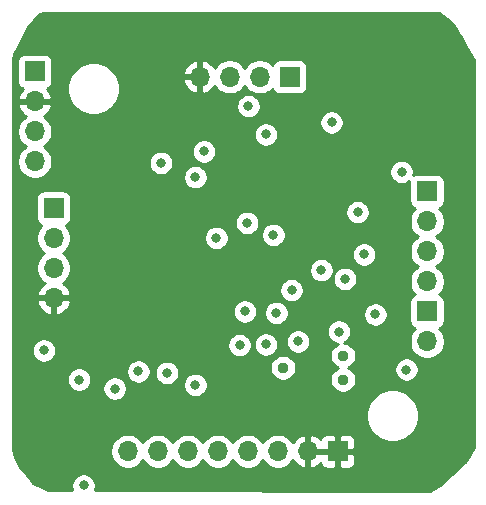
<source format=gbr>
%TF.GenerationSoftware,KiCad,Pcbnew,5.1.6-1.fc32*%
%TF.CreationDate,2020-08-28T03:42:22+01:00*%
%TF.ProjectId,ACNodeReader,41434e6f-6465-4526-9561-6465722e6b69,rev?*%
%TF.SameCoordinates,Original*%
%TF.FileFunction,Copper,L4,Bot*%
%TF.FilePolarity,Positive*%
%FSLAX46Y46*%
G04 Gerber Fmt 4.6, Leading zero omitted, Abs format (unit mm)*
G04 Created by KiCad (PCBNEW 5.1.6-1.fc32) date 2020-08-28 03:42:22*
%MOMM*%
%LPD*%
G01*
G04 APERTURE LIST*
%TA.AperFunction,ComponentPad*%
%ADD10O,1.700000X1.700000*%
%TD*%
%TA.AperFunction,ComponentPad*%
%ADD11R,1.700000X1.700000*%
%TD*%
%TA.AperFunction,ComponentPad*%
%ADD12C,0.949960*%
%TD*%
%TA.AperFunction,ViaPad*%
%ADD13C,0.800000*%
%TD*%
%TA.AperFunction,Conductor*%
%ADD14C,0.254000*%
%TD*%
G04 APERTURE END LIST*
D10*
%TO.P,J7,4*%
%TO.N,i2c_SDA*%
X112522000Y-73660000D03*
%TO.P,J7,3*%
%TO.N,i2c_SCL*%
X112522000Y-71120000D03*
%TO.P,J7,2*%
%TO.N,GND*%
X112522000Y-68580000D03*
D11*
%TO.P,J7,1*%
%TO.N,+5V*%
X112522000Y-66040000D03*
%TD*%
D10*
%TO.P,J6,4*%
%TO.N,GND*%
X114109500Y-85217000D03*
%TO.P,J6,3*%
%TO.N,+5V*%
X114109500Y-82677000D03*
%TO.P,J6,2*%
%TO.N,/uC_RX*%
X114109500Y-80137000D03*
D11*
%TO.P,J6,1*%
%TO.N,/uC_TX*%
X114109500Y-77597000D03*
%TD*%
D10*
%TO.P,J5,4*%
%TO.N,Net-(J5-Pad4)*%
X145732500Y-83820000D03*
%TO.P,J5,3*%
%TO.N,Net-(J5-Pad3)*%
X145732500Y-81280000D03*
%TO.P,J5,2*%
%TO.N,Net-(J5-Pad2)*%
X145732500Y-78740000D03*
D11*
%TO.P,J5,1*%
%TO.N,Net-(J5-Pad1)*%
X145732500Y-76200000D03*
%TD*%
D10*
%TO.P,J4,2*%
%TO.N,Net-(C10-Pad2)*%
X145732500Y-88900000D03*
D11*
%TO.P,J4,1*%
%TO.N,Net-(C10-Pad1)*%
X145732500Y-86360000D03*
%TD*%
D10*
%TO.P,J1,8*%
%TO.N,/RX+*%
X120396000Y-98200000D03*
%TO.P,J1,7*%
%TO.N,/RX-*%
X122936000Y-98200000D03*
%TO.P,J1,6*%
%TO.N,/TX+*%
X125476000Y-98200000D03*
%TO.P,J1,5*%
%TO.N,+12V*%
X128016000Y-98200000D03*
%TO.P,J1,4*%
X130556000Y-98200000D03*
%TO.P,J1,3*%
%TO.N,/TX-*%
X133096000Y-98200000D03*
%TO.P,J1,2*%
%TO.N,GND*%
X135636000Y-98200000D03*
D11*
%TO.P,J1,1*%
X138176000Y-98200000D03*
%TD*%
D10*
%TO.P,J3,4*%
%TO.N,GND*%
X126480000Y-66500000D03*
%TO.P,J3,3*%
%TO.N,+5V*%
X129020000Y-66500000D03*
%TO.P,J3,2*%
%TO.N,i2c_SDA*%
X131560000Y-66500000D03*
D11*
%TO.P,J3,1*%
%TO.N,i2c_SCL*%
X134100000Y-66500000D03*
%TD*%
D12*
%TO.P,J2,0*%
%TO.N,N/C*%
X138620500Y-92138500D03*
X138620500Y-90106500D03*
X133540500Y-91122500D03*
%TD*%
D13*
%TO.N,GND*%
X140295000Y-73302500D03*
X122428000Y-80899000D03*
X117098500Y-84650000D03*
X121157500Y-73850000D03*
X113220500Y-94805500D03*
X117792500Y-92773500D03*
X129159000Y-90424000D03*
X140295000Y-63667000D03*
X136588500Y-88074500D03*
X115125500Y-97599500D03*
X139699992Y-79755992D03*
X124414990Y-94625000D03*
%TO.N,+12V*%
X116649500Y-101092000D03*
%TO.N,+5V*%
X129857500Y-89217500D03*
X137655500Y-70345500D03*
X136779000Y-82867500D03*
X127889000Y-80137000D03*
X143573500Y-74549000D03*
X143980000Y-91275000D03*
X126844000Y-72800000D03*
X119289490Y-92900500D03*
X139855000Y-77950000D03*
X126111000Y-92583000D03*
X113284000Y-89662000D03*
X134810500Y-88900000D03*
%TO.N,Net-(C10-Pad1)*%
X141351000Y-86614000D03*
X130301978Y-86360000D03*
%TO.N,/TX-*%
X121285000Y-91440006D03*
%TO.N,Net-(J2-Pad5)*%
X130492500Y-78867000D03*
X138271721Y-88066394D03*
%TO.N,Net-(J2-Pad1)*%
X132080000Y-89154000D03*
X132969000Y-86487000D03*
%TO.N,i2c_SDA*%
X132080000Y-71374000D03*
%TO.N,i2c_SCL*%
X130600000Y-68980500D03*
%TO.N,/uC_TX*%
X126111000Y-74993502D03*
X123698000Y-91567000D03*
%TO.N,/uC_RX*%
X116268500Y-92138500D03*
X123190008Y-73787000D03*
%TO.N,/LED2*%
X140398500Y-81534000D03*
X132715000Y-79883000D03*
%TO.N,/LED3*%
X138777000Y-83600000D03*
X134270750Y-84550250D03*
%TD*%
D14*
%TO.N,GND*%
G36*
X147427076Y-61627682D02*
G01*
X148106266Y-62306872D01*
X148478507Y-62989314D01*
X148481839Y-62995060D01*
X148988218Y-63817926D01*
X149669500Y-65056620D01*
X149669500Y-97820880D01*
X148997166Y-99043305D01*
X147806817Y-100108354D01*
X147801697Y-100113197D01*
X146860252Y-101054643D01*
X145951552Y-101599862D01*
X117605457Y-101488701D01*
X117644726Y-101393898D01*
X117684500Y-101193939D01*
X117684500Y-100990061D01*
X117644726Y-100790102D01*
X117566705Y-100601744D01*
X117453437Y-100432226D01*
X117309274Y-100288063D01*
X117139756Y-100174795D01*
X116951398Y-100096774D01*
X116751439Y-100057000D01*
X116547561Y-100057000D01*
X116347602Y-100096774D01*
X116159244Y-100174795D01*
X115989726Y-100288063D01*
X115845563Y-100432226D01*
X115732295Y-100601744D01*
X115654274Y-100790102D01*
X115614500Y-100990061D01*
X115614500Y-101193939D01*
X115654274Y-101393898D01*
X115690432Y-101481191D01*
X113628996Y-101473107D01*
X112411540Y-100925252D01*
X111922670Y-100314164D01*
X111920450Y-100311465D01*
X111231783Y-99497586D01*
X110813434Y-98660888D01*
X110732718Y-98324681D01*
X110712822Y-98053740D01*
X118911000Y-98053740D01*
X118911000Y-98346260D01*
X118968068Y-98633158D01*
X119080010Y-98903411D01*
X119242525Y-99146632D01*
X119449368Y-99353475D01*
X119692589Y-99515990D01*
X119962842Y-99627932D01*
X120249740Y-99685000D01*
X120542260Y-99685000D01*
X120829158Y-99627932D01*
X121099411Y-99515990D01*
X121342632Y-99353475D01*
X121549475Y-99146632D01*
X121666000Y-98972240D01*
X121782525Y-99146632D01*
X121989368Y-99353475D01*
X122232589Y-99515990D01*
X122502842Y-99627932D01*
X122789740Y-99685000D01*
X123082260Y-99685000D01*
X123369158Y-99627932D01*
X123639411Y-99515990D01*
X123882632Y-99353475D01*
X124089475Y-99146632D01*
X124206000Y-98972240D01*
X124322525Y-99146632D01*
X124529368Y-99353475D01*
X124772589Y-99515990D01*
X125042842Y-99627932D01*
X125329740Y-99685000D01*
X125622260Y-99685000D01*
X125909158Y-99627932D01*
X126179411Y-99515990D01*
X126422632Y-99353475D01*
X126629475Y-99146632D01*
X126746000Y-98972240D01*
X126862525Y-99146632D01*
X127069368Y-99353475D01*
X127312589Y-99515990D01*
X127582842Y-99627932D01*
X127869740Y-99685000D01*
X128162260Y-99685000D01*
X128449158Y-99627932D01*
X128719411Y-99515990D01*
X128962632Y-99353475D01*
X129169475Y-99146632D01*
X129286000Y-98972240D01*
X129402525Y-99146632D01*
X129609368Y-99353475D01*
X129852589Y-99515990D01*
X130122842Y-99627932D01*
X130409740Y-99685000D01*
X130702260Y-99685000D01*
X130989158Y-99627932D01*
X131259411Y-99515990D01*
X131502632Y-99353475D01*
X131709475Y-99146632D01*
X131826000Y-98972240D01*
X131942525Y-99146632D01*
X132149368Y-99353475D01*
X132392589Y-99515990D01*
X132662842Y-99627932D01*
X132949740Y-99685000D01*
X133242260Y-99685000D01*
X133529158Y-99627932D01*
X133799411Y-99515990D01*
X134042632Y-99353475D01*
X134249475Y-99146632D01*
X134371195Y-98964466D01*
X134440822Y-99081355D01*
X134635731Y-99297588D01*
X134869080Y-99471641D01*
X135131901Y-99596825D01*
X135279110Y-99641476D01*
X135509000Y-99520155D01*
X135509000Y-98327000D01*
X135763000Y-98327000D01*
X135763000Y-99520155D01*
X135992890Y-99641476D01*
X136140099Y-99596825D01*
X136402920Y-99471641D01*
X136636269Y-99297588D01*
X136712034Y-99213534D01*
X136736498Y-99294180D01*
X136795463Y-99404494D01*
X136874815Y-99501185D01*
X136971506Y-99580537D01*
X137081820Y-99639502D01*
X137201518Y-99675812D01*
X137326000Y-99688072D01*
X137890250Y-99685000D01*
X138049000Y-99526250D01*
X138049000Y-98327000D01*
X138303000Y-98327000D01*
X138303000Y-99526250D01*
X138461750Y-99685000D01*
X139026000Y-99688072D01*
X139150482Y-99675812D01*
X139270180Y-99639502D01*
X139380494Y-99580537D01*
X139477185Y-99501185D01*
X139556537Y-99404494D01*
X139615502Y-99294180D01*
X139651812Y-99174482D01*
X139664072Y-99050000D01*
X139661000Y-98485750D01*
X139502250Y-98327000D01*
X138303000Y-98327000D01*
X138049000Y-98327000D01*
X135763000Y-98327000D01*
X135509000Y-98327000D01*
X135489000Y-98327000D01*
X135489000Y-98073000D01*
X135509000Y-98073000D01*
X135509000Y-96879845D01*
X135763000Y-96879845D01*
X135763000Y-98073000D01*
X138049000Y-98073000D01*
X138049000Y-96873750D01*
X138303000Y-96873750D01*
X138303000Y-98073000D01*
X139502250Y-98073000D01*
X139661000Y-97914250D01*
X139664072Y-97350000D01*
X139651812Y-97225518D01*
X139615502Y-97105820D01*
X139556537Y-96995506D01*
X139477185Y-96898815D01*
X139380494Y-96819463D01*
X139270180Y-96760498D01*
X139150482Y-96724188D01*
X139026000Y-96711928D01*
X138461750Y-96715000D01*
X138303000Y-96873750D01*
X138049000Y-96873750D01*
X137890250Y-96715000D01*
X137326000Y-96711928D01*
X137201518Y-96724188D01*
X137081820Y-96760498D01*
X136971506Y-96819463D01*
X136874815Y-96898815D01*
X136795463Y-96995506D01*
X136736498Y-97105820D01*
X136712034Y-97186466D01*
X136636269Y-97102412D01*
X136402920Y-96928359D01*
X136140099Y-96803175D01*
X135992890Y-96758524D01*
X135763000Y-96879845D01*
X135509000Y-96879845D01*
X135279110Y-96758524D01*
X135131901Y-96803175D01*
X134869080Y-96928359D01*
X134635731Y-97102412D01*
X134440822Y-97318645D01*
X134371195Y-97435534D01*
X134249475Y-97253368D01*
X134042632Y-97046525D01*
X133799411Y-96884010D01*
X133529158Y-96772068D01*
X133242260Y-96715000D01*
X132949740Y-96715000D01*
X132662842Y-96772068D01*
X132392589Y-96884010D01*
X132149368Y-97046525D01*
X131942525Y-97253368D01*
X131826000Y-97427760D01*
X131709475Y-97253368D01*
X131502632Y-97046525D01*
X131259411Y-96884010D01*
X130989158Y-96772068D01*
X130702260Y-96715000D01*
X130409740Y-96715000D01*
X130122842Y-96772068D01*
X129852589Y-96884010D01*
X129609368Y-97046525D01*
X129402525Y-97253368D01*
X129286000Y-97427760D01*
X129169475Y-97253368D01*
X128962632Y-97046525D01*
X128719411Y-96884010D01*
X128449158Y-96772068D01*
X128162260Y-96715000D01*
X127869740Y-96715000D01*
X127582842Y-96772068D01*
X127312589Y-96884010D01*
X127069368Y-97046525D01*
X126862525Y-97253368D01*
X126746000Y-97427760D01*
X126629475Y-97253368D01*
X126422632Y-97046525D01*
X126179411Y-96884010D01*
X125909158Y-96772068D01*
X125622260Y-96715000D01*
X125329740Y-96715000D01*
X125042842Y-96772068D01*
X124772589Y-96884010D01*
X124529368Y-97046525D01*
X124322525Y-97253368D01*
X124206000Y-97427760D01*
X124089475Y-97253368D01*
X123882632Y-97046525D01*
X123639411Y-96884010D01*
X123369158Y-96772068D01*
X123082260Y-96715000D01*
X122789740Y-96715000D01*
X122502842Y-96772068D01*
X122232589Y-96884010D01*
X121989368Y-97046525D01*
X121782525Y-97253368D01*
X121666000Y-97427760D01*
X121549475Y-97253368D01*
X121342632Y-97046525D01*
X121099411Y-96884010D01*
X120829158Y-96772068D01*
X120542260Y-96715000D01*
X120249740Y-96715000D01*
X119962842Y-96772068D01*
X119692589Y-96884010D01*
X119449368Y-97046525D01*
X119242525Y-97253368D01*
X119080010Y-97496589D01*
X118968068Y-97766842D01*
X118911000Y-98053740D01*
X110712822Y-98053740D01*
X110685000Y-97674888D01*
X110685000Y-94979872D01*
X140565000Y-94979872D01*
X140565000Y-95420128D01*
X140650890Y-95851925D01*
X140819369Y-96258669D01*
X141063962Y-96624729D01*
X141375271Y-96936038D01*
X141741331Y-97180631D01*
X142148075Y-97349110D01*
X142579872Y-97435000D01*
X143020128Y-97435000D01*
X143451925Y-97349110D01*
X143858669Y-97180631D01*
X144224729Y-96936038D01*
X144536038Y-96624729D01*
X144780631Y-96258669D01*
X144949110Y-95851925D01*
X145035000Y-95420128D01*
X145035000Y-94979872D01*
X144949110Y-94548075D01*
X144780631Y-94141331D01*
X144536038Y-93775271D01*
X144224729Y-93463962D01*
X143858669Y-93219369D01*
X143451925Y-93050890D01*
X143020128Y-92965000D01*
X142579872Y-92965000D01*
X142148075Y-93050890D01*
X141741331Y-93219369D01*
X141375271Y-93463962D01*
X141063962Y-93775271D01*
X140819369Y-94141331D01*
X140650890Y-94548075D01*
X140565000Y-94979872D01*
X110685000Y-94979872D01*
X110685000Y-92036561D01*
X115233500Y-92036561D01*
X115233500Y-92240439D01*
X115273274Y-92440398D01*
X115351295Y-92628756D01*
X115464563Y-92798274D01*
X115608726Y-92942437D01*
X115778244Y-93055705D01*
X115966602Y-93133726D01*
X116166561Y-93173500D01*
X116370439Y-93173500D01*
X116570398Y-93133726D01*
X116758756Y-93055705D01*
X116928274Y-92942437D01*
X117072150Y-92798561D01*
X118254490Y-92798561D01*
X118254490Y-93002439D01*
X118294264Y-93202398D01*
X118372285Y-93390756D01*
X118485553Y-93560274D01*
X118629716Y-93704437D01*
X118799234Y-93817705D01*
X118987592Y-93895726D01*
X119187551Y-93935500D01*
X119391429Y-93935500D01*
X119591388Y-93895726D01*
X119779746Y-93817705D01*
X119949264Y-93704437D01*
X120093427Y-93560274D01*
X120206695Y-93390756D01*
X120284716Y-93202398D01*
X120324490Y-93002439D01*
X120324490Y-92798561D01*
X120284716Y-92598602D01*
X120206695Y-92410244D01*
X120093427Y-92240726D01*
X119949264Y-92096563D01*
X119779746Y-91983295D01*
X119591388Y-91905274D01*
X119391429Y-91865500D01*
X119187551Y-91865500D01*
X118987592Y-91905274D01*
X118799234Y-91983295D01*
X118629716Y-92096563D01*
X118485553Y-92240726D01*
X118372285Y-92410244D01*
X118294264Y-92598602D01*
X118254490Y-92798561D01*
X117072150Y-92798561D01*
X117072437Y-92798274D01*
X117185705Y-92628756D01*
X117263726Y-92440398D01*
X117303500Y-92240439D01*
X117303500Y-92036561D01*
X117263726Y-91836602D01*
X117185705Y-91648244D01*
X117072437Y-91478726D01*
X116931778Y-91338067D01*
X120250000Y-91338067D01*
X120250000Y-91541945D01*
X120289774Y-91741904D01*
X120367795Y-91930262D01*
X120481063Y-92099780D01*
X120625226Y-92243943D01*
X120794744Y-92357211D01*
X120983102Y-92435232D01*
X121183061Y-92475006D01*
X121386939Y-92475006D01*
X121586898Y-92435232D01*
X121775256Y-92357211D01*
X121944774Y-92243943D01*
X122088937Y-92099780D01*
X122202205Y-91930262D01*
X122280226Y-91741904D01*
X122320000Y-91541945D01*
X122320000Y-91465061D01*
X122663000Y-91465061D01*
X122663000Y-91668939D01*
X122702774Y-91868898D01*
X122780795Y-92057256D01*
X122894063Y-92226774D01*
X123038226Y-92370937D01*
X123207744Y-92484205D01*
X123396102Y-92562226D01*
X123596061Y-92602000D01*
X123799939Y-92602000D01*
X123999898Y-92562226D01*
X124188256Y-92484205D01*
X124192961Y-92481061D01*
X125076000Y-92481061D01*
X125076000Y-92684939D01*
X125115774Y-92884898D01*
X125193795Y-93073256D01*
X125307063Y-93242774D01*
X125451226Y-93386937D01*
X125620744Y-93500205D01*
X125809102Y-93578226D01*
X126009061Y-93618000D01*
X126212939Y-93618000D01*
X126412898Y-93578226D01*
X126601256Y-93500205D01*
X126770774Y-93386937D01*
X126914937Y-93242774D01*
X127028205Y-93073256D01*
X127106226Y-92884898D01*
X127146000Y-92684939D01*
X127146000Y-92481061D01*
X127106226Y-92281102D01*
X127028205Y-92092744D01*
X126914937Y-91923226D01*
X126770774Y-91779063D01*
X126601256Y-91665795D01*
X126412898Y-91587774D01*
X126212939Y-91548000D01*
X126009061Y-91548000D01*
X125809102Y-91587774D01*
X125620744Y-91665795D01*
X125451226Y-91779063D01*
X125307063Y-91923226D01*
X125193795Y-92092744D01*
X125115774Y-92281102D01*
X125076000Y-92481061D01*
X124192961Y-92481061D01*
X124357774Y-92370937D01*
X124501937Y-92226774D01*
X124615205Y-92057256D01*
X124693226Y-91868898D01*
X124733000Y-91668939D01*
X124733000Y-91465061D01*
X124693226Y-91265102D01*
X124615205Y-91076744D01*
X124572731Y-91013176D01*
X132430520Y-91013176D01*
X132430520Y-91231824D01*
X132473176Y-91446269D01*
X132556848Y-91648273D01*
X132678322Y-91830071D01*
X132832929Y-91984678D01*
X133014727Y-92106152D01*
X133216731Y-92189824D01*
X133431176Y-92232480D01*
X133649824Y-92232480D01*
X133864269Y-92189824D01*
X134066273Y-92106152D01*
X134248071Y-91984678D01*
X134402678Y-91830071D01*
X134524152Y-91648273D01*
X134607824Y-91446269D01*
X134650480Y-91231824D01*
X134650480Y-91013176D01*
X134607824Y-90798731D01*
X134524152Y-90596727D01*
X134402678Y-90414929D01*
X134248071Y-90260322D01*
X134066273Y-90138848D01*
X133864269Y-90055176D01*
X133649824Y-90012520D01*
X133431176Y-90012520D01*
X133216731Y-90055176D01*
X133014727Y-90138848D01*
X132832929Y-90260322D01*
X132678322Y-90414929D01*
X132556848Y-90596727D01*
X132473176Y-90798731D01*
X132430520Y-91013176D01*
X124572731Y-91013176D01*
X124501937Y-90907226D01*
X124357774Y-90763063D01*
X124188256Y-90649795D01*
X123999898Y-90571774D01*
X123799939Y-90532000D01*
X123596061Y-90532000D01*
X123396102Y-90571774D01*
X123207744Y-90649795D01*
X123038226Y-90763063D01*
X122894063Y-90907226D01*
X122780795Y-91076744D01*
X122702774Y-91265102D01*
X122663000Y-91465061D01*
X122320000Y-91465061D01*
X122320000Y-91338067D01*
X122280226Y-91138108D01*
X122202205Y-90949750D01*
X122088937Y-90780232D01*
X121944774Y-90636069D01*
X121775256Y-90522801D01*
X121586898Y-90444780D01*
X121386939Y-90405006D01*
X121183061Y-90405006D01*
X120983102Y-90444780D01*
X120794744Y-90522801D01*
X120625226Y-90636069D01*
X120481063Y-90780232D01*
X120367795Y-90949750D01*
X120289774Y-91138108D01*
X120250000Y-91338067D01*
X116931778Y-91338067D01*
X116928274Y-91334563D01*
X116758756Y-91221295D01*
X116570398Y-91143274D01*
X116370439Y-91103500D01*
X116166561Y-91103500D01*
X115966602Y-91143274D01*
X115778244Y-91221295D01*
X115608726Y-91334563D01*
X115464563Y-91478726D01*
X115351295Y-91648244D01*
X115273274Y-91836602D01*
X115233500Y-92036561D01*
X110685000Y-92036561D01*
X110685000Y-89560061D01*
X112249000Y-89560061D01*
X112249000Y-89763939D01*
X112288774Y-89963898D01*
X112366795Y-90152256D01*
X112480063Y-90321774D01*
X112624226Y-90465937D01*
X112793744Y-90579205D01*
X112982102Y-90657226D01*
X113182061Y-90697000D01*
X113385939Y-90697000D01*
X113585898Y-90657226D01*
X113774256Y-90579205D01*
X113943774Y-90465937D01*
X114087937Y-90321774D01*
X114201205Y-90152256D01*
X114279226Y-89963898D01*
X114319000Y-89763939D01*
X114319000Y-89560061D01*
X114279226Y-89360102D01*
X114201205Y-89171744D01*
X114163665Y-89115561D01*
X128822500Y-89115561D01*
X128822500Y-89319439D01*
X128862274Y-89519398D01*
X128940295Y-89707756D01*
X129053563Y-89877274D01*
X129197726Y-90021437D01*
X129367244Y-90134705D01*
X129555602Y-90212726D01*
X129755561Y-90252500D01*
X129959439Y-90252500D01*
X130159398Y-90212726D01*
X130347756Y-90134705D01*
X130517274Y-90021437D01*
X130661437Y-89877274D01*
X130774705Y-89707756D01*
X130852726Y-89519398D01*
X130892500Y-89319439D01*
X130892500Y-89115561D01*
X130879870Y-89052061D01*
X131045000Y-89052061D01*
X131045000Y-89255939D01*
X131084774Y-89455898D01*
X131162795Y-89644256D01*
X131276063Y-89813774D01*
X131420226Y-89957937D01*
X131589744Y-90071205D01*
X131778102Y-90149226D01*
X131978061Y-90189000D01*
X132181939Y-90189000D01*
X132381898Y-90149226D01*
X132570256Y-90071205D01*
X132739774Y-89957937D01*
X132883937Y-89813774D01*
X132997205Y-89644256D01*
X133075226Y-89455898D01*
X133115000Y-89255939D01*
X133115000Y-89052061D01*
X133075226Y-88852102D01*
X133052842Y-88798061D01*
X133775500Y-88798061D01*
X133775500Y-89001939D01*
X133815274Y-89201898D01*
X133893295Y-89390256D01*
X134006563Y-89559774D01*
X134150726Y-89703937D01*
X134320244Y-89817205D01*
X134508602Y-89895226D01*
X134708561Y-89935000D01*
X134912439Y-89935000D01*
X135112398Y-89895226D01*
X135300756Y-89817205D01*
X135470274Y-89703937D01*
X135614437Y-89559774D01*
X135727705Y-89390256D01*
X135805726Y-89201898D01*
X135845500Y-89001939D01*
X135845500Y-88798061D01*
X135805726Y-88598102D01*
X135727705Y-88409744D01*
X135614437Y-88240226D01*
X135470274Y-88096063D01*
X135300756Y-87982795D01*
X135256480Y-87964455D01*
X137236721Y-87964455D01*
X137236721Y-88168333D01*
X137276495Y-88368292D01*
X137354516Y-88556650D01*
X137467784Y-88726168D01*
X137611947Y-88870331D01*
X137781465Y-88983599D01*
X137969823Y-89061620D01*
X138154068Y-89098268D01*
X138094727Y-89122848D01*
X137912929Y-89244322D01*
X137758322Y-89398929D01*
X137636848Y-89580727D01*
X137553176Y-89782731D01*
X137510520Y-89997176D01*
X137510520Y-90215824D01*
X137553176Y-90430269D01*
X137636848Y-90632273D01*
X137758322Y-90814071D01*
X137912929Y-90968678D01*
X138094727Y-91090152D01*
X138172823Y-91122500D01*
X138094727Y-91154848D01*
X137912929Y-91276322D01*
X137758322Y-91430929D01*
X137636848Y-91612727D01*
X137553176Y-91814731D01*
X137510520Y-92029176D01*
X137510520Y-92247824D01*
X137553176Y-92462269D01*
X137636848Y-92664273D01*
X137758322Y-92846071D01*
X137912929Y-93000678D01*
X138094727Y-93122152D01*
X138296731Y-93205824D01*
X138511176Y-93248480D01*
X138729824Y-93248480D01*
X138944269Y-93205824D01*
X139146273Y-93122152D01*
X139328071Y-93000678D01*
X139482678Y-92846071D01*
X139604152Y-92664273D01*
X139687824Y-92462269D01*
X139730480Y-92247824D01*
X139730480Y-92029176D01*
X139687824Y-91814731D01*
X139604152Y-91612727D01*
X139482678Y-91430929D01*
X139328071Y-91276322D01*
X139173531Y-91173061D01*
X142945000Y-91173061D01*
X142945000Y-91376939D01*
X142984774Y-91576898D01*
X143062795Y-91765256D01*
X143176063Y-91934774D01*
X143320226Y-92078937D01*
X143489744Y-92192205D01*
X143678102Y-92270226D01*
X143878061Y-92310000D01*
X144081939Y-92310000D01*
X144281898Y-92270226D01*
X144470256Y-92192205D01*
X144639774Y-92078937D01*
X144783937Y-91934774D01*
X144897205Y-91765256D01*
X144975226Y-91576898D01*
X145015000Y-91376939D01*
X145015000Y-91173061D01*
X144975226Y-90973102D01*
X144897205Y-90784744D01*
X144783937Y-90615226D01*
X144639774Y-90471063D01*
X144470256Y-90357795D01*
X144281898Y-90279774D01*
X144081939Y-90240000D01*
X143878061Y-90240000D01*
X143678102Y-90279774D01*
X143489744Y-90357795D01*
X143320226Y-90471063D01*
X143176063Y-90615226D01*
X143062795Y-90784744D01*
X142984774Y-90973102D01*
X142945000Y-91173061D01*
X139173531Y-91173061D01*
X139146273Y-91154848D01*
X139068177Y-91122500D01*
X139146273Y-91090152D01*
X139328071Y-90968678D01*
X139482678Y-90814071D01*
X139604152Y-90632273D01*
X139687824Y-90430269D01*
X139730480Y-90215824D01*
X139730480Y-89997176D01*
X139687824Y-89782731D01*
X139604152Y-89580727D01*
X139482678Y-89398929D01*
X139328071Y-89244322D01*
X139146273Y-89122848D01*
X138944269Y-89039176D01*
X138730472Y-88996649D01*
X138761977Y-88983599D01*
X138931495Y-88870331D01*
X139075658Y-88726168D01*
X139188926Y-88556650D01*
X139266947Y-88368292D01*
X139306721Y-88168333D01*
X139306721Y-87964455D01*
X139266947Y-87764496D01*
X139188926Y-87576138D01*
X139075658Y-87406620D01*
X138931495Y-87262457D01*
X138761977Y-87149189D01*
X138573619Y-87071168D01*
X138373660Y-87031394D01*
X138169782Y-87031394D01*
X137969823Y-87071168D01*
X137781465Y-87149189D01*
X137611947Y-87262457D01*
X137467784Y-87406620D01*
X137354516Y-87576138D01*
X137276495Y-87764496D01*
X137236721Y-87964455D01*
X135256480Y-87964455D01*
X135112398Y-87904774D01*
X134912439Y-87865000D01*
X134708561Y-87865000D01*
X134508602Y-87904774D01*
X134320244Y-87982795D01*
X134150726Y-88096063D01*
X134006563Y-88240226D01*
X133893295Y-88409744D01*
X133815274Y-88598102D01*
X133775500Y-88798061D01*
X133052842Y-88798061D01*
X132997205Y-88663744D01*
X132883937Y-88494226D01*
X132739774Y-88350063D01*
X132570256Y-88236795D01*
X132381898Y-88158774D01*
X132181939Y-88119000D01*
X131978061Y-88119000D01*
X131778102Y-88158774D01*
X131589744Y-88236795D01*
X131420226Y-88350063D01*
X131276063Y-88494226D01*
X131162795Y-88663744D01*
X131084774Y-88852102D01*
X131045000Y-89052061D01*
X130879870Y-89052061D01*
X130852726Y-88915602D01*
X130774705Y-88727244D01*
X130661437Y-88557726D01*
X130517274Y-88413563D01*
X130347756Y-88300295D01*
X130159398Y-88222274D01*
X129959439Y-88182500D01*
X129755561Y-88182500D01*
X129555602Y-88222274D01*
X129367244Y-88300295D01*
X129197726Y-88413563D01*
X129053563Y-88557726D01*
X128940295Y-88727244D01*
X128862274Y-88915602D01*
X128822500Y-89115561D01*
X114163665Y-89115561D01*
X114087937Y-89002226D01*
X113943774Y-88858063D01*
X113774256Y-88744795D01*
X113585898Y-88666774D01*
X113385939Y-88627000D01*
X113182061Y-88627000D01*
X112982102Y-88666774D01*
X112793744Y-88744795D01*
X112624226Y-88858063D01*
X112480063Y-89002226D01*
X112366795Y-89171744D01*
X112288774Y-89360102D01*
X112249000Y-89560061D01*
X110685000Y-89560061D01*
X110685000Y-85573890D01*
X112668024Y-85573890D01*
X112712675Y-85721099D01*
X112837859Y-85983920D01*
X113011912Y-86217269D01*
X113228145Y-86412178D01*
X113478248Y-86561157D01*
X113752609Y-86658481D01*
X113982500Y-86537814D01*
X113982500Y-85344000D01*
X114236500Y-85344000D01*
X114236500Y-86537814D01*
X114466391Y-86658481D01*
X114740752Y-86561157D01*
X114990855Y-86412178D01*
X115161833Y-86258061D01*
X129266978Y-86258061D01*
X129266978Y-86461939D01*
X129306752Y-86661898D01*
X129384773Y-86850256D01*
X129498041Y-87019774D01*
X129642204Y-87163937D01*
X129811722Y-87277205D01*
X130000080Y-87355226D01*
X130200039Y-87395000D01*
X130403917Y-87395000D01*
X130603876Y-87355226D01*
X130792234Y-87277205D01*
X130961752Y-87163937D01*
X131105915Y-87019774D01*
X131219183Y-86850256D01*
X131297204Y-86661898D01*
X131336978Y-86461939D01*
X131336978Y-86385061D01*
X131934000Y-86385061D01*
X131934000Y-86588939D01*
X131973774Y-86788898D01*
X132051795Y-86977256D01*
X132165063Y-87146774D01*
X132309226Y-87290937D01*
X132478744Y-87404205D01*
X132667102Y-87482226D01*
X132867061Y-87522000D01*
X133070939Y-87522000D01*
X133270898Y-87482226D01*
X133459256Y-87404205D01*
X133628774Y-87290937D01*
X133772937Y-87146774D01*
X133886205Y-86977256D01*
X133964226Y-86788898D01*
X134004000Y-86588939D01*
X134004000Y-86512061D01*
X140316000Y-86512061D01*
X140316000Y-86715939D01*
X140355774Y-86915898D01*
X140433795Y-87104256D01*
X140547063Y-87273774D01*
X140691226Y-87417937D01*
X140860744Y-87531205D01*
X141049102Y-87609226D01*
X141249061Y-87649000D01*
X141452939Y-87649000D01*
X141652898Y-87609226D01*
X141841256Y-87531205D01*
X142010774Y-87417937D01*
X142154937Y-87273774D01*
X142268205Y-87104256D01*
X142346226Y-86915898D01*
X142386000Y-86715939D01*
X142386000Y-86512061D01*
X142346226Y-86312102D01*
X142268205Y-86123744D01*
X142154937Y-85954226D01*
X142010774Y-85810063D01*
X141841256Y-85696795D01*
X141652898Y-85618774D01*
X141452939Y-85579000D01*
X141249061Y-85579000D01*
X141049102Y-85618774D01*
X140860744Y-85696795D01*
X140691226Y-85810063D01*
X140547063Y-85954226D01*
X140433795Y-86123744D01*
X140355774Y-86312102D01*
X140316000Y-86512061D01*
X134004000Y-86512061D01*
X134004000Y-86385061D01*
X133964226Y-86185102D01*
X133886205Y-85996744D01*
X133772937Y-85827226D01*
X133628774Y-85683063D01*
X133459256Y-85569795D01*
X133270898Y-85491774D01*
X133070939Y-85452000D01*
X132867061Y-85452000D01*
X132667102Y-85491774D01*
X132478744Y-85569795D01*
X132309226Y-85683063D01*
X132165063Y-85827226D01*
X132051795Y-85996744D01*
X131973774Y-86185102D01*
X131934000Y-86385061D01*
X131336978Y-86385061D01*
X131336978Y-86258061D01*
X131297204Y-86058102D01*
X131219183Y-85869744D01*
X131105915Y-85700226D01*
X130961752Y-85556063D01*
X130792234Y-85442795D01*
X130603876Y-85364774D01*
X130403917Y-85325000D01*
X130200039Y-85325000D01*
X130000080Y-85364774D01*
X129811722Y-85442795D01*
X129642204Y-85556063D01*
X129498041Y-85700226D01*
X129384773Y-85869744D01*
X129306752Y-86058102D01*
X129266978Y-86258061D01*
X115161833Y-86258061D01*
X115207088Y-86217269D01*
X115381141Y-85983920D01*
X115506325Y-85721099D01*
X115550976Y-85573890D01*
X115429655Y-85344000D01*
X114236500Y-85344000D01*
X113982500Y-85344000D01*
X112789345Y-85344000D01*
X112668024Y-85573890D01*
X110685000Y-85573890D01*
X110685000Y-76747000D01*
X112621428Y-76747000D01*
X112621428Y-78447000D01*
X112633688Y-78571482D01*
X112669998Y-78691180D01*
X112728963Y-78801494D01*
X112808315Y-78898185D01*
X112905006Y-78977537D01*
X113015320Y-79036502D01*
X113087880Y-79058513D01*
X112956025Y-79190368D01*
X112793510Y-79433589D01*
X112681568Y-79703842D01*
X112624500Y-79990740D01*
X112624500Y-80283260D01*
X112681568Y-80570158D01*
X112793510Y-80840411D01*
X112956025Y-81083632D01*
X113162868Y-81290475D01*
X113337260Y-81407000D01*
X113162868Y-81523525D01*
X112956025Y-81730368D01*
X112793510Y-81973589D01*
X112681568Y-82243842D01*
X112624500Y-82530740D01*
X112624500Y-82823260D01*
X112681568Y-83110158D01*
X112793510Y-83380411D01*
X112956025Y-83623632D01*
X113162868Y-83830475D01*
X113345034Y-83952195D01*
X113228145Y-84021822D01*
X113011912Y-84216731D01*
X112837859Y-84450080D01*
X112712675Y-84712901D01*
X112668024Y-84860110D01*
X112789345Y-85090000D01*
X113982500Y-85090000D01*
X113982500Y-85070000D01*
X114236500Y-85070000D01*
X114236500Y-85090000D01*
X115429655Y-85090000D01*
X115550976Y-84860110D01*
X115506325Y-84712901D01*
X115381141Y-84450080D01*
X115379822Y-84448311D01*
X133235750Y-84448311D01*
X133235750Y-84652189D01*
X133275524Y-84852148D01*
X133353545Y-85040506D01*
X133466813Y-85210024D01*
X133610976Y-85354187D01*
X133780494Y-85467455D01*
X133968852Y-85545476D01*
X134168811Y-85585250D01*
X134372689Y-85585250D01*
X134572648Y-85545476D01*
X134761006Y-85467455D01*
X134930524Y-85354187D01*
X135074687Y-85210024D01*
X135187955Y-85040506D01*
X135265976Y-84852148D01*
X135305750Y-84652189D01*
X135305750Y-84448311D01*
X135265976Y-84248352D01*
X135187955Y-84059994D01*
X135074687Y-83890476D01*
X134930524Y-83746313D01*
X134761006Y-83633045D01*
X134572648Y-83555024D01*
X134372689Y-83515250D01*
X134168811Y-83515250D01*
X133968852Y-83555024D01*
X133780494Y-83633045D01*
X133610976Y-83746313D01*
X133466813Y-83890476D01*
X133353545Y-84059994D01*
X133275524Y-84248352D01*
X133235750Y-84448311D01*
X115379822Y-84448311D01*
X115207088Y-84216731D01*
X114990855Y-84021822D01*
X114873966Y-83952195D01*
X115056132Y-83830475D01*
X115262975Y-83623632D01*
X115425490Y-83380411D01*
X115537432Y-83110158D01*
X115594500Y-82823260D01*
X115594500Y-82765561D01*
X135744000Y-82765561D01*
X135744000Y-82969439D01*
X135783774Y-83169398D01*
X135861795Y-83357756D01*
X135975063Y-83527274D01*
X136119226Y-83671437D01*
X136288744Y-83784705D01*
X136477102Y-83862726D01*
X136677061Y-83902500D01*
X136880939Y-83902500D01*
X137080898Y-83862726D01*
X137269256Y-83784705D01*
X137438774Y-83671437D01*
X137582937Y-83527274D01*
X137602456Y-83498061D01*
X137742000Y-83498061D01*
X137742000Y-83701939D01*
X137781774Y-83901898D01*
X137859795Y-84090256D01*
X137973063Y-84259774D01*
X138117226Y-84403937D01*
X138286744Y-84517205D01*
X138475102Y-84595226D01*
X138675061Y-84635000D01*
X138878939Y-84635000D01*
X139078898Y-84595226D01*
X139267256Y-84517205D01*
X139436774Y-84403937D01*
X139580937Y-84259774D01*
X139694205Y-84090256D01*
X139772226Y-83901898D01*
X139812000Y-83701939D01*
X139812000Y-83498061D01*
X139772226Y-83298102D01*
X139694205Y-83109744D01*
X139580937Y-82940226D01*
X139436774Y-82796063D01*
X139267256Y-82682795D01*
X139078898Y-82604774D01*
X138878939Y-82565000D01*
X138675061Y-82565000D01*
X138475102Y-82604774D01*
X138286744Y-82682795D01*
X138117226Y-82796063D01*
X137973063Y-82940226D01*
X137859795Y-83109744D01*
X137781774Y-83298102D01*
X137742000Y-83498061D01*
X137602456Y-83498061D01*
X137696205Y-83357756D01*
X137774226Y-83169398D01*
X137814000Y-82969439D01*
X137814000Y-82765561D01*
X137774226Y-82565602D01*
X137696205Y-82377244D01*
X137582937Y-82207726D01*
X137438774Y-82063563D01*
X137269256Y-81950295D01*
X137080898Y-81872274D01*
X136880939Y-81832500D01*
X136677061Y-81832500D01*
X136477102Y-81872274D01*
X136288744Y-81950295D01*
X136119226Y-82063563D01*
X135975063Y-82207726D01*
X135861795Y-82377244D01*
X135783774Y-82565602D01*
X135744000Y-82765561D01*
X115594500Y-82765561D01*
X115594500Y-82530740D01*
X115537432Y-82243842D01*
X115425490Y-81973589D01*
X115262975Y-81730368D01*
X115056132Y-81523525D01*
X114919247Y-81432061D01*
X139363500Y-81432061D01*
X139363500Y-81635939D01*
X139403274Y-81835898D01*
X139481295Y-82024256D01*
X139594563Y-82193774D01*
X139738726Y-82337937D01*
X139908244Y-82451205D01*
X140096602Y-82529226D01*
X140296561Y-82569000D01*
X140500439Y-82569000D01*
X140700398Y-82529226D01*
X140888756Y-82451205D01*
X141058274Y-82337937D01*
X141202437Y-82193774D01*
X141315705Y-82024256D01*
X141393726Y-81835898D01*
X141433500Y-81635939D01*
X141433500Y-81432061D01*
X141393726Y-81232102D01*
X141315705Y-81043744D01*
X141202437Y-80874226D01*
X141058274Y-80730063D01*
X140888756Y-80616795D01*
X140700398Y-80538774D01*
X140500439Y-80499000D01*
X140296561Y-80499000D01*
X140096602Y-80538774D01*
X139908244Y-80616795D01*
X139738726Y-80730063D01*
X139594563Y-80874226D01*
X139481295Y-81043744D01*
X139403274Y-81232102D01*
X139363500Y-81432061D01*
X114919247Y-81432061D01*
X114881740Y-81407000D01*
X115056132Y-81290475D01*
X115262975Y-81083632D01*
X115425490Y-80840411D01*
X115537432Y-80570158D01*
X115594500Y-80283260D01*
X115594500Y-80035061D01*
X126854000Y-80035061D01*
X126854000Y-80238939D01*
X126893774Y-80438898D01*
X126971795Y-80627256D01*
X127085063Y-80796774D01*
X127229226Y-80940937D01*
X127398744Y-81054205D01*
X127587102Y-81132226D01*
X127787061Y-81172000D01*
X127990939Y-81172000D01*
X128190898Y-81132226D01*
X128379256Y-81054205D01*
X128548774Y-80940937D01*
X128692937Y-80796774D01*
X128806205Y-80627256D01*
X128884226Y-80438898D01*
X128924000Y-80238939D01*
X128924000Y-80035061D01*
X128884226Y-79835102D01*
X128806205Y-79646744D01*
X128692937Y-79477226D01*
X128548774Y-79333063D01*
X128379256Y-79219795D01*
X128190898Y-79141774D01*
X127990939Y-79102000D01*
X127787061Y-79102000D01*
X127587102Y-79141774D01*
X127398744Y-79219795D01*
X127229226Y-79333063D01*
X127085063Y-79477226D01*
X126971795Y-79646744D01*
X126893774Y-79835102D01*
X126854000Y-80035061D01*
X115594500Y-80035061D01*
X115594500Y-79990740D01*
X115537432Y-79703842D01*
X115425490Y-79433589D01*
X115262975Y-79190368D01*
X115131120Y-79058513D01*
X115203680Y-79036502D01*
X115313994Y-78977537D01*
X115410685Y-78898185D01*
X115490037Y-78801494D01*
X115509511Y-78765061D01*
X129457500Y-78765061D01*
X129457500Y-78968939D01*
X129497274Y-79168898D01*
X129575295Y-79357256D01*
X129688563Y-79526774D01*
X129832726Y-79670937D01*
X130002244Y-79784205D01*
X130190602Y-79862226D01*
X130390561Y-79902000D01*
X130594439Y-79902000D01*
X130794398Y-79862226D01*
X130982756Y-79784205D01*
X130987461Y-79781061D01*
X131680000Y-79781061D01*
X131680000Y-79984939D01*
X131719774Y-80184898D01*
X131797795Y-80373256D01*
X131911063Y-80542774D01*
X132055226Y-80686937D01*
X132224744Y-80800205D01*
X132413102Y-80878226D01*
X132613061Y-80918000D01*
X132816939Y-80918000D01*
X133016898Y-80878226D01*
X133205256Y-80800205D01*
X133374774Y-80686937D01*
X133518937Y-80542774D01*
X133632205Y-80373256D01*
X133710226Y-80184898D01*
X133750000Y-79984939D01*
X133750000Y-79781061D01*
X133710226Y-79581102D01*
X133632205Y-79392744D01*
X133518937Y-79223226D01*
X133374774Y-79079063D01*
X133205256Y-78965795D01*
X133016898Y-78887774D01*
X132816939Y-78848000D01*
X132613061Y-78848000D01*
X132413102Y-78887774D01*
X132224744Y-78965795D01*
X132055226Y-79079063D01*
X131911063Y-79223226D01*
X131797795Y-79392744D01*
X131719774Y-79581102D01*
X131680000Y-79781061D01*
X130987461Y-79781061D01*
X131152274Y-79670937D01*
X131296437Y-79526774D01*
X131409705Y-79357256D01*
X131487726Y-79168898D01*
X131527500Y-78968939D01*
X131527500Y-78765061D01*
X131487726Y-78565102D01*
X131409705Y-78376744D01*
X131296437Y-78207226D01*
X131152274Y-78063063D01*
X130982756Y-77949795D01*
X130794398Y-77871774D01*
X130675184Y-77848061D01*
X138820000Y-77848061D01*
X138820000Y-78051939D01*
X138859774Y-78251898D01*
X138937795Y-78440256D01*
X139051063Y-78609774D01*
X139195226Y-78753937D01*
X139364744Y-78867205D01*
X139553102Y-78945226D01*
X139753061Y-78985000D01*
X139956939Y-78985000D01*
X140156898Y-78945226D01*
X140345256Y-78867205D01*
X140514774Y-78753937D01*
X140658937Y-78609774D01*
X140772205Y-78440256D01*
X140850226Y-78251898D01*
X140890000Y-78051939D01*
X140890000Y-77848061D01*
X140850226Y-77648102D01*
X140772205Y-77459744D01*
X140658937Y-77290226D01*
X140514774Y-77146063D01*
X140345256Y-77032795D01*
X140156898Y-76954774D01*
X139956939Y-76915000D01*
X139753061Y-76915000D01*
X139553102Y-76954774D01*
X139364744Y-77032795D01*
X139195226Y-77146063D01*
X139051063Y-77290226D01*
X138937795Y-77459744D01*
X138859774Y-77648102D01*
X138820000Y-77848061D01*
X130675184Y-77848061D01*
X130594439Y-77832000D01*
X130390561Y-77832000D01*
X130190602Y-77871774D01*
X130002244Y-77949795D01*
X129832726Y-78063063D01*
X129688563Y-78207226D01*
X129575295Y-78376744D01*
X129497274Y-78565102D01*
X129457500Y-78765061D01*
X115509511Y-78765061D01*
X115549002Y-78691180D01*
X115585312Y-78571482D01*
X115597572Y-78447000D01*
X115597572Y-76747000D01*
X115585312Y-76622518D01*
X115549002Y-76502820D01*
X115490037Y-76392506D01*
X115410685Y-76295815D01*
X115313994Y-76216463D01*
X115203680Y-76157498D01*
X115083982Y-76121188D01*
X114959500Y-76108928D01*
X113259500Y-76108928D01*
X113135018Y-76121188D01*
X113015320Y-76157498D01*
X112905006Y-76216463D01*
X112808315Y-76295815D01*
X112728963Y-76392506D01*
X112669998Y-76502820D01*
X112633688Y-76622518D01*
X112621428Y-76747000D01*
X110685000Y-76747000D01*
X110685000Y-70973740D01*
X111037000Y-70973740D01*
X111037000Y-71266260D01*
X111094068Y-71553158D01*
X111206010Y-71823411D01*
X111368525Y-72066632D01*
X111575368Y-72273475D01*
X111749760Y-72390000D01*
X111575368Y-72506525D01*
X111368525Y-72713368D01*
X111206010Y-72956589D01*
X111094068Y-73226842D01*
X111037000Y-73513740D01*
X111037000Y-73806260D01*
X111094068Y-74093158D01*
X111206010Y-74363411D01*
X111368525Y-74606632D01*
X111575368Y-74813475D01*
X111818589Y-74975990D01*
X112088842Y-75087932D01*
X112375740Y-75145000D01*
X112668260Y-75145000D01*
X112955158Y-75087932D01*
X113225411Y-74975990D01*
X113351764Y-74891563D01*
X125076000Y-74891563D01*
X125076000Y-75095441D01*
X125115774Y-75295400D01*
X125193795Y-75483758D01*
X125307063Y-75653276D01*
X125451226Y-75797439D01*
X125620744Y-75910707D01*
X125809102Y-75988728D01*
X126009061Y-76028502D01*
X126212939Y-76028502D01*
X126412898Y-75988728D01*
X126601256Y-75910707D01*
X126770774Y-75797439D01*
X126914937Y-75653276D01*
X127028205Y-75483758D01*
X127106226Y-75295400D01*
X127146000Y-75095441D01*
X127146000Y-74891563D01*
X127106226Y-74691604D01*
X127028205Y-74503246D01*
X126990664Y-74447061D01*
X142538500Y-74447061D01*
X142538500Y-74650939D01*
X142578274Y-74850898D01*
X142656295Y-75039256D01*
X142769563Y-75208774D01*
X142913726Y-75352937D01*
X143083244Y-75466205D01*
X143271602Y-75544226D01*
X143471561Y-75584000D01*
X143675439Y-75584000D01*
X143875398Y-75544226D01*
X144063756Y-75466205D01*
X144233274Y-75352937D01*
X144245326Y-75340885D01*
X144244428Y-75350000D01*
X144244428Y-77050000D01*
X144256688Y-77174482D01*
X144292998Y-77294180D01*
X144351963Y-77404494D01*
X144431315Y-77501185D01*
X144528006Y-77580537D01*
X144638320Y-77639502D01*
X144710880Y-77661513D01*
X144579025Y-77793368D01*
X144416510Y-78036589D01*
X144304568Y-78306842D01*
X144247500Y-78593740D01*
X144247500Y-78886260D01*
X144304568Y-79173158D01*
X144416510Y-79443411D01*
X144579025Y-79686632D01*
X144785868Y-79893475D01*
X144960260Y-80010000D01*
X144785868Y-80126525D01*
X144579025Y-80333368D01*
X144416510Y-80576589D01*
X144304568Y-80846842D01*
X144247500Y-81133740D01*
X144247500Y-81426260D01*
X144304568Y-81713158D01*
X144416510Y-81983411D01*
X144579025Y-82226632D01*
X144785868Y-82433475D01*
X144960260Y-82550000D01*
X144785868Y-82666525D01*
X144579025Y-82873368D01*
X144416510Y-83116589D01*
X144304568Y-83386842D01*
X144247500Y-83673740D01*
X144247500Y-83966260D01*
X144304568Y-84253158D01*
X144416510Y-84523411D01*
X144579025Y-84766632D01*
X144710880Y-84898487D01*
X144638320Y-84920498D01*
X144528006Y-84979463D01*
X144431315Y-85058815D01*
X144351963Y-85155506D01*
X144292998Y-85265820D01*
X144256688Y-85385518D01*
X144244428Y-85510000D01*
X144244428Y-87210000D01*
X144256688Y-87334482D01*
X144292998Y-87454180D01*
X144351963Y-87564494D01*
X144431315Y-87661185D01*
X144528006Y-87740537D01*
X144638320Y-87799502D01*
X144710880Y-87821513D01*
X144579025Y-87953368D01*
X144416510Y-88196589D01*
X144304568Y-88466842D01*
X144247500Y-88753740D01*
X144247500Y-89046260D01*
X144304568Y-89333158D01*
X144416510Y-89603411D01*
X144579025Y-89846632D01*
X144785868Y-90053475D01*
X145029089Y-90215990D01*
X145299342Y-90327932D01*
X145586240Y-90385000D01*
X145878760Y-90385000D01*
X146165658Y-90327932D01*
X146435911Y-90215990D01*
X146679132Y-90053475D01*
X146885975Y-89846632D01*
X147048490Y-89603411D01*
X147160432Y-89333158D01*
X147217500Y-89046260D01*
X147217500Y-88753740D01*
X147160432Y-88466842D01*
X147048490Y-88196589D01*
X146885975Y-87953368D01*
X146754120Y-87821513D01*
X146826680Y-87799502D01*
X146936994Y-87740537D01*
X147033685Y-87661185D01*
X147113037Y-87564494D01*
X147172002Y-87454180D01*
X147208312Y-87334482D01*
X147220572Y-87210000D01*
X147220572Y-85510000D01*
X147208312Y-85385518D01*
X147172002Y-85265820D01*
X147113037Y-85155506D01*
X147033685Y-85058815D01*
X146936994Y-84979463D01*
X146826680Y-84920498D01*
X146754120Y-84898487D01*
X146885975Y-84766632D01*
X147048490Y-84523411D01*
X147160432Y-84253158D01*
X147217500Y-83966260D01*
X147217500Y-83673740D01*
X147160432Y-83386842D01*
X147048490Y-83116589D01*
X146885975Y-82873368D01*
X146679132Y-82666525D01*
X146504740Y-82550000D01*
X146679132Y-82433475D01*
X146885975Y-82226632D01*
X147048490Y-81983411D01*
X147160432Y-81713158D01*
X147217500Y-81426260D01*
X147217500Y-81133740D01*
X147160432Y-80846842D01*
X147048490Y-80576589D01*
X146885975Y-80333368D01*
X146679132Y-80126525D01*
X146504740Y-80010000D01*
X146679132Y-79893475D01*
X146885975Y-79686632D01*
X147048490Y-79443411D01*
X147160432Y-79173158D01*
X147217500Y-78886260D01*
X147217500Y-78593740D01*
X147160432Y-78306842D01*
X147048490Y-78036589D01*
X146885975Y-77793368D01*
X146754120Y-77661513D01*
X146826680Y-77639502D01*
X146936994Y-77580537D01*
X147033685Y-77501185D01*
X147113037Y-77404494D01*
X147172002Y-77294180D01*
X147208312Y-77174482D01*
X147220572Y-77050000D01*
X147220572Y-75350000D01*
X147208312Y-75225518D01*
X147172002Y-75105820D01*
X147113037Y-74995506D01*
X147033685Y-74898815D01*
X146936994Y-74819463D01*
X146826680Y-74760498D01*
X146706982Y-74724188D01*
X146582500Y-74711928D01*
X144882500Y-74711928D01*
X144758018Y-74724188D01*
X144638320Y-74760498D01*
X144580567Y-74791368D01*
X144608500Y-74650939D01*
X144608500Y-74447061D01*
X144568726Y-74247102D01*
X144490705Y-74058744D01*
X144377437Y-73889226D01*
X144233274Y-73745063D01*
X144063756Y-73631795D01*
X143875398Y-73553774D01*
X143675439Y-73514000D01*
X143471561Y-73514000D01*
X143271602Y-73553774D01*
X143083244Y-73631795D01*
X142913726Y-73745063D01*
X142769563Y-73889226D01*
X142656295Y-74058744D01*
X142578274Y-74247102D01*
X142538500Y-74447061D01*
X126990664Y-74447061D01*
X126914937Y-74333728D01*
X126770774Y-74189565D01*
X126601256Y-74076297D01*
X126412898Y-73998276D01*
X126212939Y-73958502D01*
X126009061Y-73958502D01*
X125809102Y-73998276D01*
X125620744Y-74076297D01*
X125451226Y-74189565D01*
X125307063Y-74333728D01*
X125193795Y-74503246D01*
X125115774Y-74691604D01*
X125076000Y-74891563D01*
X113351764Y-74891563D01*
X113468632Y-74813475D01*
X113675475Y-74606632D01*
X113837990Y-74363411D01*
X113949932Y-74093158D01*
X114007000Y-73806260D01*
X114007000Y-73685061D01*
X122155008Y-73685061D01*
X122155008Y-73888939D01*
X122194782Y-74088898D01*
X122272803Y-74277256D01*
X122386071Y-74446774D01*
X122530234Y-74590937D01*
X122699752Y-74704205D01*
X122888110Y-74782226D01*
X123088069Y-74822000D01*
X123291947Y-74822000D01*
X123491906Y-74782226D01*
X123680264Y-74704205D01*
X123849782Y-74590937D01*
X123993945Y-74446774D01*
X124107213Y-74277256D01*
X124185234Y-74088898D01*
X124225008Y-73888939D01*
X124225008Y-73685061D01*
X124185234Y-73485102D01*
X124107213Y-73296744D01*
X123993945Y-73127226D01*
X123849782Y-72983063D01*
X123680264Y-72869795D01*
X123491906Y-72791774D01*
X123291947Y-72752000D01*
X123088069Y-72752000D01*
X122888110Y-72791774D01*
X122699752Y-72869795D01*
X122530234Y-72983063D01*
X122386071Y-73127226D01*
X122272803Y-73296744D01*
X122194782Y-73485102D01*
X122155008Y-73685061D01*
X114007000Y-73685061D01*
X114007000Y-73513740D01*
X113949932Y-73226842D01*
X113837990Y-72956589D01*
X113675475Y-72713368D01*
X113660168Y-72698061D01*
X125809000Y-72698061D01*
X125809000Y-72901939D01*
X125848774Y-73101898D01*
X125926795Y-73290256D01*
X126040063Y-73459774D01*
X126184226Y-73603937D01*
X126353744Y-73717205D01*
X126542102Y-73795226D01*
X126742061Y-73835000D01*
X126945939Y-73835000D01*
X127145898Y-73795226D01*
X127334256Y-73717205D01*
X127503774Y-73603937D01*
X127647937Y-73459774D01*
X127761205Y-73290256D01*
X127839226Y-73101898D01*
X127879000Y-72901939D01*
X127879000Y-72698061D01*
X127839226Y-72498102D01*
X127761205Y-72309744D01*
X127647937Y-72140226D01*
X127503774Y-71996063D01*
X127334256Y-71882795D01*
X127145898Y-71804774D01*
X126945939Y-71765000D01*
X126742061Y-71765000D01*
X126542102Y-71804774D01*
X126353744Y-71882795D01*
X126184226Y-71996063D01*
X126040063Y-72140226D01*
X125926795Y-72309744D01*
X125848774Y-72498102D01*
X125809000Y-72698061D01*
X113660168Y-72698061D01*
X113468632Y-72506525D01*
X113294240Y-72390000D01*
X113468632Y-72273475D01*
X113675475Y-72066632D01*
X113837990Y-71823411D01*
X113949932Y-71553158D01*
X114005846Y-71272061D01*
X131045000Y-71272061D01*
X131045000Y-71475939D01*
X131084774Y-71675898D01*
X131162795Y-71864256D01*
X131276063Y-72033774D01*
X131420226Y-72177937D01*
X131589744Y-72291205D01*
X131778102Y-72369226D01*
X131978061Y-72409000D01*
X132181939Y-72409000D01*
X132381898Y-72369226D01*
X132570256Y-72291205D01*
X132739774Y-72177937D01*
X132883937Y-72033774D01*
X132997205Y-71864256D01*
X133075226Y-71675898D01*
X133115000Y-71475939D01*
X133115000Y-71272061D01*
X133075226Y-71072102D01*
X132997205Y-70883744D01*
X132883937Y-70714226D01*
X132739774Y-70570063D01*
X132570256Y-70456795D01*
X132381898Y-70378774D01*
X132181939Y-70339000D01*
X131978061Y-70339000D01*
X131778102Y-70378774D01*
X131589744Y-70456795D01*
X131420226Y-70570063D01*
X131276063Y-70714226D01*
X131162795Y-70883744D01*
X131084774Y-71072102D01*
X131045000Y-71272061D01*
X114005846Y-71272061D01*
X114007000Y-71266260D01*
X114007000Y-70973740D01*
X113949932Y-70686842D01*
X113837990Y-70416589D01*
X113722377Y-70243561D01*
X136620500Y-70243561D01*
X136620500Y-70447439D01*
X136660274Y-70647398D01*
X136738295Y-70835756D01*
X136851563Y-71005274D01*
X136995726Y-71149437D01*
X137165244Y-71262705D01*
X137353602Y-71340726D01*
X137553561Y-71380500D01*
X137757439Y-71380500D01*
X137957398Y-71340726D01*
X138145756Y-71262705D01*
X138315274Y-71149437D01*
X138459437Y-71005274D01*
X138572705Y-70835756D01*
X138650726Y-70647398D01*
X138690500Y-70447439D01*
X138690500Y-70243561D01*
X138650726Y-70043602D01*
X138572705Y-69855244D01*
X138459437Y-69685726D01*
X138315274Y-69541563D01*
X138145756Y-69428295D01*
X137957398Y-69350274D01*
X137757439Y-69310500D01*
X137553561Y-69310500D01*
X137353602Y-69350274D01*
X137165244Y-69428295D01*
X136995726Y-69541563D01*
X136851563Y-69685726D01*
X136738295Y-69855244D01*
X136660274Y-70043602D01*
X136620500Y-70243561D01*
X113722377Y-70243561D01*
X113675475Y-70173368D01*
X113468632Y-69966525D01*
X113286466Y-69844805D01*
X113403355Y-69775178D01*
X113619588Y-69580269D01*
X113793641Y-69346920D01*
X113918825Y-69084099D01*
X113963476Y-68936890D01*
X113842155Y-68707000D01*
X112649000Y-68707000D01*
X112649000Y-68727000D01*
X112395000Y-68727000D01*
X112395000Y-68707000D01*
X111201845Y-68707000D01*
X111080524Y-68936890D01*
X111125175Y-69084099D01*
X111250359Y-69346920D01*
X111424412Y-69580269D01*
X111640645Y-69775178D01*
X111757534Y-69844805D01*
X111575368Y-69966525D01*
X111368525Y-70173368D01*
X111206010Y-70416589D01*
X111094068Y-70686842D01*
X111037000Y-70973740D01*
X110685000Y-70973740D01*
X110685000Y-65190000D01*
X111033928Y-65190000D01*
X111033928Y-66890000D01*
X111046188Y-67014482D01*
X111082498Y-67134180D01*
X111141463Y-67244494D01*
X111220815Y-67341185D01*
X111317506Y-67420537D01*
X111427820Y-67479502D01*
X111508466Y-67503966D01*
X111424412Y-67579731D01*
X111250359Y-67813080D01*
X111125175Y-68075901D01*
X111080524Y-68223110D01*
X111201845Y-68453000D01*
X112395000Y-68453000D01*
X112395000Y-68433000D01*
X112649000Y-68433000D01*
X112649000Y-68453000D01*
X113842155Y-68453000D01*
X113963476Y-68223110D01*
X113918825Y-68075901D01*
X113793641Y-67813080D01*
X113619588Y-67579731D01*
X113535534Y-67503966D01*
X113616180Y-67479502D01*
X113726494Y-67420537D01*
X113823185Y-67341185D01*
X113873503Y-67279872D01*
X115265000Y-67279872D01*
X115265000Y-67720128D01*
X115350890Y-68151925D01*
X115519369Y-68558669D01*
X115763962Y-68924729D01*
X116075271Y-69236038D01*
X116441331Y-69480631D01*
X116848075Y-69649110D01*
X117279872Y-69735000D01*
X117720128Y-69735000D01*
X118151925Y-69649110D01*
X118558669Y-69480631D01*
X118924729Y-69236038D01*
X119236038Y-68924729D01*
X119266886Y-68878561D01*
X129565000Y-68878561D01*
X129565000Y-69082439D01*
X129604774Y-69282398D01*
X129682795Y-69470756D01*
X129796063Y-69640274D01*
X129940226Y-69784437D01*
X130109744Y-69897705D01*
X130298102Y-69975726D01*
X130498061Y-70015500D01*
X130701939Y-70015500D01*
X130901898Y-69975726D01*
X131090256Y-69897705D01*
X131259774Y-69784437D01*
X131403937Y-69640274D01*
X131517205Y-69470756D01*
X131595226Y-69282398D01*
X131635000Y-69082439D01*
X131635000Y-68878561D01*
X131595226Y-68678602D01*
X131517205Y-68490244D01*
X131403937Y-68320726D01*
X131259774Y-68176563D01*
X131090256Y-68063295D01*
X130901898Y-67985274D01*
X130701939Y-67945500D01*
X130498061Y-67945500D01*
X130298102Y-67985274D01*
X130109744Y-68063295D01*
X129940226Y-68176563D01*
X129796063Y-68320726D01*
X129682795Y-68490244D01*
X129604774Y-68678602D01*
X129565000Y-68878561D01*
X119266886Y-68878561D01*
X119480631Y-68558669D01*
X119649110Y-68151925D01*
X119735000Y-67720128D01*
X119735000Y-67279872D01*
X119650864Y-66856891D01*
X125038519Y-66856891D01*
X125135843Y-67131252D01*
X125284822Y-67381355D01*
X125479731Y-67597588D01*
X125713080Y-67771641D01*
X125975901Y-67896825D01*
X126123110Y-67941476D01*
X126353000Y-67820155D01*
X126353000Y-66627000D01*
X125159186Y-66627000D01*
X125038519Y-66856891D01*
X119650864Y-66856891D01*
X119649110Y-66848075D01*
X119480631Y-66441331D01*
X119281366Y-66143109D01*
X125038519Y-66143109D01*
X125159186Y-66373000D01*
X126353000Y-66373000D01*
X126353000Y-65179845D01*
X126607000Y-65179845D01*
X126607000Y-66373000D01*
X126627000Y-66373000D01*
X126627000Y-66627000D01*
X126607000Y-66627000D01*
X126607000Y-67820155D01*
X126836890Y-67941476D01*
X126984099Y-67896825D01*
X127246920Y-67771641D01*
X127480269Y-67597588D01*
X127675178Y-67381355D01*
X127744805Y-67264466D01*
X127866525Y-67446632D01*
X128073368Y-67653475D01*
X128316589Y-67815990D01*
X128586842Y-67927932D01*
X128873740Y-67985000D01*
X129166260Y-67985000D01*
X129453158Y-67927932D01*
X129723411Y-67815990D01*
X129966632Y-67653475D01*
X130173475Y-67446632D01*
X130290000Y-67272240D01*
X130406525Y-67446632D01*
X130613368Y-67653475D01*
X130856589Y-67815990D01*
X131126842Y-67927932D01*
X131413740Y-67985000D01*
X131706260Y-67985000D01*
X131993158Y-67927932D01*
X132263411Y-67815990D01*
X132506632Y-67653475D01*
X132638487Y-67521620D01*
X132660498Y-67594180D01*
X132719463Y-67704494D01*
X132798815Y-67801185D01*
X132895506Y-67880537D01*
X133005820Y-67939502D01*
X133125518Y-67975812D01*
X133250000Y-67988072D01*
X134950000Y-67988072D01*
X135074482Y-67975812D01*
X135194180Y-67939502D01*
X135304494Y-67880537D01*
X135401185Y-67801185D01*
X135480537Y-67704494D01*
X135539502Y-67594180D01*
X135575812Y-67474482D01*
X135588072Y-67350000D01*
X135588072Y-65650000D01*
X135575812Y-65525518D01*
X135539502Y-65405820D01*
X135480537Y-65295506D01*
X135401185Y-65198815D01*
X135304494Y-65119463D01*
X135194180Y-65060498D01*
X135074482Y-65024188D01*
X134950000Y-65011928D01*
X133250000Y-65011928D01*
X133125518Y-65024188D01*
X133005820Y-65060498D01*
X132895506Y-65119463D01*
X132798815Y-65198815D01*
X132719463Y-65295506D01*
X132660498Y-65405820D01*
X132638487Y-65478380D01*
X132506632Y-65346525D01*
X132263411Y-65184010D01*
X131993158Y-65072068D01*
X131706260Y-65015000D01*
X131413740Y-65015000D01*
X131126842Y-65072068D01*
X130856589Y-65184010D01*
X130613368Y-65346525D01*
X130406525Y-65553368D01*
X130290000Y-65727760D01*
X130173475Y-65553368D01*
X129966632Y-65346525D01*
X129723411Y-65184010D01*
X129453158Y-65072068D01*
X129166260Y-65015000D01*
X128873740Y-65015000D01*
X128586842Y-65072068D01*
X128316589Y-65184010D01*
X128073368Y-65346525D01*
X127866525Y-65553368D01*
X127744805Y-65735534D01*
X127675178Y-65618645D01*
X127480269Y-65402412D01*
X127246920Y-65228359D01*
X126984099Y-65103175D01*
X126836890Y-65058524D01*
X126607000Y-65179845D01*
X126353000Y-65179845D01*
X126123110Y-65058524D01*
X125975901Y-65103175D01*
X125713080Y-65228359D01*
X125479731Y-65402412D01*
X125284822Y-65618645D01*
X125135843Y-65868748D01*
X125038519Y-66143109D01*
X119281366Y-66143109D01*
X119236038Y-66075271D01*
X118924729Y-65763962D01*
X118558669Y-65519369D01*
X118151925Y-65350890D01*
X117720128Y-65265000D01*
X117279872Y-65265000D01*
X116848075Y-65350890D01*
X116441331Y-65519369D01*
X116075271Y-65763962D01*
X115763962Y-66075271D01*
X115519369Y-66441331D01*
X115350890Y-66848075D01*
X115265000Y-67279872D01*
X113873503Y-67279872D01*
X113902537Y-67244494D01*
X113961502Y-67134180D01*
X113997812Y-67014482D01*
X114010072Y-66890000D01*
X114010072Y-65190000D01*
X113997812Y-65065518D01*
X113961502Y-64945820D01*
X113902537Y-64835506D01*
X113823185Y-64738815D01*
X113726494Y-64659463D01*
X113616180Y-64600498D01*
X113496482Y-64564188D01*
X113372000Y-64551928D01*
X111672000Y-64551928D01*
X111547518Y-64564188D01*
X111427820Y-64600498D01*
X111317506Y-64659463D01*
X111220815Y-64738815D01*
X111141463Y-64835506D01*
X111082498Y-64945820D01*
X111046188Y-65065518D01*
X111033928Y-65190000D01*
X110685000Y-65190000D01*
X110685000Y-65030506D01*
X110728913Y-64538462D01*
X111296196Y-63630810D01*
X111303163Y-63618102D01*
X111930235Y-62301252D01*
X112487157Y-61682449D01*
X112968777Y-61200829D01*
X113228086Y-61087000D01*
X146706167Y-61087000D01*
X147427076Y-61627682D01*
G37*
X147427076Y-61627682D02*
X148106266Y-62306872D01*
X148478507Y-62989314D01*
X148481839Y-62995060D01*
X148988218Y-63817926D01*
X149669500Y-65056620D01*
X149669500Y-97820880D01*
X148997166Y-99043305D01*
X147806817Y-100108354D01*
X147801697Y-100113197D01*
X146860252Y-101054643D01*
X145951552Y-101599862D01*
X117605457Y-101488701D01*
X117644726Y-101393898D01*
X117684500Y-101193939D01*
X117684500Y-100990061D01*
X117644726Y-100790102D01*
X117566705Y-100601744D01*
X117453437Y-100432226D01*
X117309274Y-100288063D01*
X117139756Y-100174795D01*
X116951398Y-100096774D01*
X116751439Y-100057000D01*
X116547561Y-100057000D01*
X116347602Y-100096774D01*
X116159244Y-100174795D01*
X115989726Y-100288063D01*
X115845563Y-100432226D01*
X115732295Y-100601744D01*
X115654274Y-100790102D01*
X115614500Y-100990061D01*
X115614500Y-101193939D01*
X115654274Y-101393898D01*
X115690432Y-101481191D01*
X113628996Y-101473107D01*
X112411540Y-100925252D01*
X111922670Y-100314164D01*
X111920450Y-100311465D01*
X111231783Y-99497586D01*
X110813434Y-98660888D01*
X110732718Y-98324681D01*
X110712822Y-98053740D01*
X118911000Y-98053740D01*
X118911000Y-98346260D01*
X118968068Y-98633158D01*
X119080010Y-98903411D01*
X119242525Y-99146632D01*
X119449368Y-99353475D01*
X119692589Y-99515990D01*
X119962842Y-99627932D01*
X120249740Y-99685000D01*
X120542260Y-99685000D01*
X120829158Y-99627932D01*
X121099411Y-99515990D01*
X121342632Y-99353475D01*
X121549475Y-99146632D01*
X121666000Y-98972240D01*
X121782525Y-99146632D01*
X121989368Y-99353475D01*
X122232589Y-99515990D01*
X122502842Y-99627932D01*
X122789740Y-99685000D01*
X123082260Y-99685000D01*
X123369158Y-99627932D01*
X123639411Y-99515990D01*
X123882632Y-99353475D01*
X124089475Y-99146632D01*
X124206000Y-98972240D01*
X124322525Y-99146632D01*
X124529368Y-99353475D01*
X124772589Y-99515990D01*
X125042842Y-99627932D01*
X125329740Y-99685000D01*
X125622260Y-99685000D01*
X125909158Y-99627932D01*
X126179411Y-99515990D01*
X126422632Y-99353475D01*
X126629475Y-99146632D01*
X126746000Y-98972240D01*
X126862525Y-99146632D01*
X127069368Y-99353475D01*
X127312589Y-99515990D01*
X127582842Y-99627932D01*
X127869740Y-99685000D01*
X128162260Y-99685000D01*
X128449158Y-99627932D01*
X128719411Y-99515990D01*
X128962632Y-99353475D01*
X129169475Y-99146632D01*
X129286000Y-98972240D01*
X129402525Y-99146632D01*
X129609368Y-99353475D01*
X129852589Y-99515990D01*
X130122842Y-99627932D01*
X130409740Y-99685000D01*
X130702260Y-99685000D01*
X130989158Y-99627932D01*
X131259411Y-99515990D01*
X131502632Y-99353475D01*
X131709475Y-99146632D01*
X131826000Y-98972240D01*
X131942525Y-99146632D01*
X132149368Y-99353475D01*
X132392589Y-99515990D01*
X132662842Y-99627932D01*
X132949740Y-99685000D01*
X133242260Y-99685000D01*
X133529158Y-99627932D01*
X133799411Y-99515990D01*
X134042632Y-99353475D01*
X134249475Y-99146632D01*
X134371195Y-98964466D01*
X134440822Y-99081355D01*
X134635731Y-99297588D01*
X134869080Y-99471641D01*
X135131901Y-99596825D01*
X135279110Y-99641476D01*
X135509000Y-99520155D01*
X135509000Y-98327000D01*
X135763000Y-98327000D01*
X135763000Y-99520155D01*
X135992890Y-99641476D01*
X136140099Y-99596825D01*
X136402920Y-99471641D01*
X136636269Y-99297588D01*
X136712034Y-99213534D01*
X136736498Y-99294180D01*
X136795463Y-99404494D01*
X136874815Y-99501185D01*
X136971506Y-99580537D01*
X137081820Y-99639502D01*
X137201518Y-99675812D01*
X137326000Y-99688072D01*
X137890250Y-99685000D01*
X138049000Y-99526250D01*
X138049000Y-98327000D01*
X138303000Y-98327000D01*
X138303000Y-99526250D01*
X138461750Y-99685000D01*
X139026000Y-99688072D01*
X139150482Y-99675812D01*
X139270180Y-99639502D01*
X139380494Y-99580537D01*
X139477185Y-99501185D01*
X139556537Y-99404494D01*
X139615502Y-99294180D01*
X139651812Y-99174482D01*
X139664072Y-99050000D01*
X139661000Y-98485750D01*
X139502250Y-98327000D01*
X138303000Y-98327000D01*
X138049000Y-98327000D01*
X135763000Y-98327000D01*
X135509000Y-98327000D01*
X135489000Y-98327000D01*
X135489000Y-98073000D01*
X135509000Y-98073000D01*
X135509000Y-96879845D01*
X135763000Y-96879845D01*
X135763000Y-98073000D01*
X138049000Y-98073000D01*
X138049000Y-96873750D01*
X138303000Y-96873750D01*
X138303000Y-98073000D01*
X139502250Y-98073000D01*
X139661000Y-97914250D01*
X139664072Y-97350000D01*
X139651812Y-97225518D01*
X139615502Y-97105820D01*
X139556537Y-96995506D01*
X139477185Y-96898815D01*
X139380494Y-96819463D01*
X139270180Y-96760498D01*
X139150482Y-96724188D01*
X139026000Y-96711928D01*
X138461750Y-96715000D01*
X138303000Y-96873750D01*
X138049000Y-96873750D01*
X137890250Y-96715000D01*
X137326000Y-96711928D01*
X137201518Y-96724188D01*
X137081820Y-96760498D01*
X136971506Y-96819463D01*
X136874815Y-96898815D01*
X136795463Y-96995506D01*
X136736498Y-97105820D01*
X136712034Y-97186466D01*
X136636269Y-97102412D01*
X136402920Y-96928359D01*
X136140099Y-96803175D01*
X135992890Y-96758524D01*
X135763000Y-96879845D01*
X135509000Y-96879845D01*
X135279110Y-96758524D01*
X135131901Y-96803175D01*
X134869080Y-96928359D01*
X134635731Y-97102412D01*
X134440822Y-97318645D01*
X134371195Y-97435534D01*
X134249475Y-97253368D01*
X134042632Y-97046525D01*
X133799411Y-96884010D01*
X133529158Y-96772068D01*
X133242260Y-96715000D01*
X132949740Y-96715000D01*
X132662842Y-96772068D01*
X132392589Y-96884010D01*
X132149368Y-97046525D01*
X131942525Y-97253368D01*
X131826000Y-97427760D01*
X131709475Y-97253368D01*
X131502632Y-97046525D01*
X131259411Y-96884010D01*
X130989158Y-96772068D01*
X130702260Y-96715000D01*
X130409740Y-96715000D01*
X130122842Y-96772068D01*
X129852589Y-96884010D01*
X129609368Y-97046525D01*
X129402525Y-97253368D01*
X129286000Y-97427760D01*
X129169475Y-97253368D01*
X128962632Y-97046525D01*
X128719411Y-96884010D01*
X128449158Y-96772068D01*
X128162260Y-96715000D01*
X127869740Y-96715000D01*
X127582842Y-96772068D01*
X127312589Y-96884010D01*
X127069368Y-97046525D01*
X126862525Y-97253368D01*
X126746000Y-97427760D01*
X126629475Y-97253368D01*
X126422632Y-97046525D01*
X126179411Y-96884010D01*
X125909158Y-96772068D01*
X125622260Y-96715000D01*
X125329740Y-96715000D01*
X125042842Y-96772068D01*
X124772589Y-96884010D01*
X124529368Y-97046525D01*
X124322525Y-97253368D01*
X124206000Y-97427760D01*
X124089475Y-97253368D01*
X123882632Y-97046525D01*
X123639411Y-96884010D01*
X123369158Y-96772068D01*
X123082260Y-96715000D01*
X122789740Y-96715000D01*
X122502842Y-96772068D01*
X122232589Y-96884010D01*
X121989368Y-97046525D01*
X121782525Y-97253368D01*
X121666000Y-97427760D01*
X121549475Y-97253368D01*
X121342632Y-97046525D01*
X121099411Y-96884010D01*
X120829158Y-96772068D01*
X120542260Y-96715000D01*
X120249740Y-96715000D01*
X119962842Y-96772068D01*
X119692589Y-96884010D01*
X119449368Y-97046525D01*
X119242525Y-97253368D01*
X119080010Y-97496589D01*
X118968068Y-97766842D01*
X118911000Y-98053740D01*
X110712822Y-98053740D01*
X110685000Y-97674888D01*
X110685000Y-94979872D01*
X140565000Y-94979872D01*
X140565000Y-95420128D01*
X140650890Y-95851925D01*
X140819369Y-96258669D01*
X141063962Y-96624729D01*
X141375271Y-96936038D01*
X141741331Y-97180631D01*
X142148075Y-97349110D01*
X142579872Y-97435000D01*
X143020128Y-97435000D01*
X143451925Y-97349110D01*
X143858669Y-97180631D01*
X144224729Y-96936038D01*
X144536038Y-96624729D01*
X144780631Y-96258669D01*
X144949110Y-95851925D01*
X145035000Y-95420128D01*
X145035000Y-94979872D01*
X144949110Y-94548075D01*
X144780631Y-94141331D01*
X144536038Y-93775271D01*
X144224729Y-93463962D01*
X143858669Y-93219369D01*
X143451925Y-93050890D01*
X143020128Y-92965000D01*
X142579872Y-92965000D01*
X142148075Y-93050890D01*
X141741331Y-93219369D01*
X141375271Y-93463962D01*
X141063962Y-93775271D01*
X140819369Y-94141331D01*
X140650890Y-94548075D01*
X140565000Y-94979872D01*
X110685000Y-94979872D01*
X110685000Y-92036561D01*
X115233500Y-92036561D01*
X115233500Y-92240439D01*
X115273274Y-92440398D01*
X115351295Y-92628756D01*
X115464563Y-92798274D01*
X115608726Y-92942437D01*
X115778244Y-93055705D01*
X115966602Y-93133726D01*
X116166561Y-93173500D01*
X116370439Y-93173500D01*
X116570398Y-93133726D01*
X116758756Y-93055705D01*
X116928274Y-92942437D01*
X117072150Y-92798561D01*
X118254490Y-92798561D01*
X118254490Y-93002439D01*
X118294264Y-93202398D01*
X118372285Y-93390756D01*
X118485553Y-93560274D01*
X118629716Y-93704437D01*
X118799234Y-93817705D01*
X118987592Y-93895726D01*
X119187551Y-93935500D01*
X119391429Y-93935500D01*
X119591388Y-93895726D01*
X119779746Y-93817705D01*
X119949264Y-93704437D01*
X120093427Y-93560274D01*
X120206695Y-93390756D01*
X120284716Y-93202398D01*
X120324490Y-93002439D01*
X120324490Y-92798561D01*
X120284716Y-92598602D01*
X120206695Y-92410244D01*
X120093427Y-92240726D01*
X119949264Y-92096563D01*
X119779746Y-91983295D01*
X119591388Y-91905274D01*
X119391429Y-91865500D01*
X119187551Y-91865500D01*
X118987592Y-91905274D01*
X118799234Y-91983295D01*
X118629716Y-92096563D01*
X118485553Y-92240726D01*
X118372285Y-92410244D01*
X118294264Y-92598602D01*
X118254490Y-92798561D01*
X117072150Y-92798561D01*
X117072437Y-92798274D01*
X117185705Y-92628756D01*
X117263726Y-92440398D01*
X117303500Y-92240439D01*
X117303500Y-92036561D01*
X117263726Y-91836602D01*
X117185705Y-91648244D01*
X117072437Y-91478726D01*
X116931778Y-91338067D01*
X120250000Y-91338067D01*
X120250000Y-91541945D01*
X120289774Y-91741904D01*
X120367795Y-91930262D01*
X120481063Y-92099780D01*
X120625226Y-92243943D01*
X120794744Y-92357211D01*
X120983102Y-92435232D01*
X121183061Y-92475006D01*
X121386939Y-92475006D01*
X121586898Y-92435232D01*
X121775256Y-92357211D01*
X121944774Y-92243943D01*
X122088937Y-92099780D01*
X122202205Y-91930262D01*
X122280226Y-91741904D01*
X122320000Y-91541945D01*
X122320000Y-91465061D01*
X122663000Y-91465061D01*
X122663000Y-91668939D01*
X122702774Y-91868898D01*
X122780795Y-92057256D01*
X122894063Y-92226774D01*
X123038226Y-92370937D01*
X123207744Y-92484205D01*
X123396102Y-92562226D01*
X123596061Y-92602000D01*
X123799939Y-92602000D01*
X123999898Y-92562226D01*
X124188256Y-92484205D01*
X124192961Y-92481061D01*
X125076000Y-92481061D01*
X125076000Y-92684939D01*
X125115774Y-92884898D01*
X125193795Y-93073256D01*
X125307063Y-93242774D01*
X125451226Y-93386937D01*
X125620744Y-93500205D01*
X125809102Y-93578226D01*
X126009061Y-93618000D01*
X126212939Y-93618000D01*
X126412898Y-93578226D01*
X126601256Y-93500205D01*
X126770774Y-93386937D01*
X126914937Y-93242774D01*
X127028205Y-93073256D01*
X127106226Y-92884898D01*
X127146000Y-92684939D01*
X127146000Y-92481061D01*
X127106226Y-92281102D01*
X127028205Y-92092744D01*
X126914937Y-91923226D01*
X126770774Y-91779063D01*
X126601256Y-91665795D01*
X126412898Y-91587774D01*
X126212939Y-91548000D01*
X126009061Y-91548000D01*
X125809102Y-91587774D01*
X125620744Y-91665795D01*
X125451226Y-91779063D01*
X125307063Y-91923226D01*
X125193795Y-92092744D01*
X125115774Y-92281102D01*
X125076000Y-92481061D01*
X124192961Y-92481061D01*
X124357774Y-92370937D01*
X124501937Y-92226774D01*
X124615205Y-92057256D01*
X124693226Y-91868898D01*
X124733000Y-91668939D01*
X124733000Y-91465061D01*
X124693226Y-91265102D01*
X124615205Y-91076744D01*
X124572731Y-91013176D01*
X132430520Y-91013176D01*
X132430520Y-91231824D01*
X132473176Y-91446269D01*
X132556848Y-91648273D01*
X132678322Y-91830071D01*
X132832929Y-91984678D01*
X133014727Y-92106152D01*
X133216731Y-92189824D01*
X133431176Y-92232480D01*
X133649824Y-92232480D01*
X133864269Y-92189824D01*
X134066273Y-92106152D01*
X134248071Y-91984678D01*
X134402678Y-91830071D01*
X134524152Y-91648273D01*
X134607824Y-91446269D01*
X134650480Y-91231824D01*
X134650480Y-91013176D01*
X134607824Y-90798731D01*
X134524152Y-90596727D01*
X134402678Y-90414929D01*
X134248071Y-90260322D01*
X134066273Y-90138848D01*
X133864269Y-90055176D01*
X133649824Y-90012520D01*
X133431176Y-90012520D01*
X133216731Y-90055176D01*
X133014727Y-90138848D01*
X132832929Y-90260322D01*
X132678322Y-90414929D01*
X132556848Y-90596727D01*
X132473176Y-90798731D01*
X132430520Y-91013176D01*
X124572731Y-91013176D01*
X124501937Y-90907226D01*
X124357774Y-90763063D01*
X124188256Y-90649795D01*
X123999898Y-90571774D01*
X123799939Y-90532000D01*
X123596061Y-90532000D01*
X123396102Y-90571774D01*
X123207744Y-90649795D01*
X123038226Y-90763063D01*
X122894063Y-90907226D01*
X122780795Y-91076744D01*
X122702774Y-91265102D01*
X122663000Y-91465061D01*
X122320000Y-91465061D01*
X122320000Y-91338067D01*
X122280226Y-91138108D01*
X122202205Y-90949750D01*
X122088937Y-90780232D01*
X121944774Y-90636069D01*
X121775256Y-90522801D01*
X121586898Y-90444780D01*
X121386939Y-90405006D01*
X121183061Y-90405006D01*
X120983102Y-90444780D01*
X120794744Y-90522801D01*
X120625226Y-90636069D01*
X120481063Y-90780232D01*
X120367795Y-90949750D01*
X120289774Y-91138108D01*
X120250000Y-91338067D01*
X116931778Y-91338067D01*
X116928274Y-91334563D01*
X116758756Y-91221295D01*
X116570398Y-91143274D01*
X116370439Y-91103500D01*
X116166561Y-91103500D01*
X115966602Y-91143274D01*
X115778244Y-91221295D01*
X115608726Y-91334563D01*
X115464563Y-91478726D01*
X115351295Y-91648244D01*
X115273274Y-91836602D01*
X115233500Y-92036561D01*
X110685000Y-92036561D01*
X110685000Y-89560061D01*
X112249000Y-89560061D01*
X112249000Y-89763939D01*
X112288774Y-89963898D01*
X112366795Y-90152256D01*
X112480063Y-90321774D01*
X112624226Y-90465937D01*
X112793744Y-90579205D01*
X112982102Y-90657226D01*
X113182061Y-90697000D01*
X113385939Y-90697000D01*
X113585898Y-90657226D01*
X113774256Y-90579205D01*
X113943774Y-90465937D01*
X114087937Y-90321774D01*
X114201205Y-90152256D01*
X114279226Y-89963898D01*
X114319000Y-89763939D01*
X114319000Y-89560061D01*
X114279226Y-89360102D01*
X114201205Y-89171744D01*
X114163665Y-89115561D01*
X128822500Y-89115561D01*
X128822500Y-89319439D01*
X128862274Y-89519398D01*
X128940295Y-89707756D01*
X129053563Y-89877274D01*
X129197726Y-90021437D01*
X129367244Y-90134705D01*
X129555602Y-90212726D01*
X129755561Y-90252500D01*
X129959439Y-90252500D01*
X130159398Y-90212726D01*
X130347756Y-90134705D01*
X130517274Y-90021437D01*
X130661437Y-89877274D01*
X130774705Y-89707756D01*
X130852726Y-89519398D01*
X130892500Y-89319439D01*
X130892500Y-89115561D01*
X130879870Y-89052061D01*
X131045000Y-89052061D01*
X131045000Y-89255939D01*
X131084774Y-89455898D01*
X131162795Y-89644256D01*
X131276063Y-89813774D01*
X131420226Y-89957937D01*
X131589744Y-90071205D01*
X131778102Y-90149226D01*
X131978061Y-90189000D01*
X132181939Y-90189000D01*
X132381898Y-90149226D01*
X132570256Y-90071205D01*
X132739774Y-89957937D01*
X132883937Y-89813774D01*
X132997205Y-89644256D01*
X133075226Y-89455898D01*
X133115000Y-89255939D01*
X133115000Y-89052061D01*
X133075226Y-88852102D01*
X133052842Y-88798061D01*
X133775500Y-88798061D01*
X133775500Y-89001939D01*
X133815274Y-89201898D01*
X133893295Y-89390256D01*
X134006563Y-89559774D01*
X134150726Y-89703937D01*
X134320244Y-89817205D01*
X134508602Y-89895226D01*
X134708561Y-89935000D01*
X134912439Y-89935000D01*
X135112398Y-89895226D01*
X135300756Y-89817205D01*
X135470274Y-89703937D01*
X135614437Y-89559774D01*
X135727705Y-89390256D01*
X135805726Y-89201898D01*
X135845500Y-89001939D01*
X135845500Y-88798061D01*
X135805726Y-88598102D01*
X135727705Y-88409744D01*
X135614437Y-88240226D01*
X135470274Y-88096063D01*
X135300756Y-87982795D01*
X135256480Y-87964455D01*
X137236721Y-87964455D01*
X137236721Y-88168333D01*
X137276495Y-88368292D01*
X137354516Y-88556650D01*
X137467784Y-88726168D01*
X137611947Y-88870331D01*
X137781465Y-88983599D01*
X137969823Y-89061620D01*
X138154068Y-89098268D01*
X138094727Y-89122848D01*
X137912929Y-89244322D01*
X137758322Y-89398929D01*
X137636848Y-89580727D01*
X137553176Y-89782731D01*
X137510520Y-89997176D01*
X137510520Y-90215824D01*
X137553176Y-90430269D01*
X137636848Y-90632273D01*
X137758322Y-90814071D01*
X137912929Y-90968678D01*
X138094727Y-91090152D01*
X138172823Y-91122500D01*
X138094727Y-91154848D01*
X137912929Y-91276322D01*
X137758322Y-91430929D01*
X137636848Y-91612727D01*
X137553176Y-91814731D01*
X137510520Y-92029176D01*
X137510520Y-92247824D01*
X137553176Y-92462269D01*
X137636848Y-92664273D01*
X137758322Y-92846071D01*
X137912929Y-93000678D01*
X138094727Y-93122152D01*
X138296731Y-93205824D01*
X138511176Y-93248480D01*
X138729824Y-93248480D01*
X138944269Y-93205824D01*
X139146273Y-93122152D01*
X139328071Y-93000678D01*
X139482678Y-92846071D01*
X139604152Y-92664273D01*
X139687824Y-92462269D01*
X139730480Y-92247824D01*
X139730480Y-92029176D01*
X139687824Y-91814731D01*
X139604152Y-91612727D01*
X139482678Y-91430929D01*
X139328071Y-91276322D01*
X139173531Y-91173061D01*
X142945000Y-91173061D01*
X142945000Y-91376939D01*
X142984774Y-91576898D01*
X143062795Y-91765256D01*
X143176063Y-91934774D01*
X143320226Y-92078937D01*
X143489744Y-92192205D01*
X143678102Y-92270226D01*
X143878061Y-92310000D01*
X144081939Y-92310000D01*
X144281898Y-92270226D01*
X144470256Y-92192205D01*
X144639774Y-92078937D01*
X144783937Y-91934774D01*
X144897205Y-91765256D01*
X144975226Y-91576898D01*
X145015000Y-91376939D01*
X145015000Y-91173061D01*
X144975226Y-90973102D01*
X144897205Y-90784744D01*
X144783937Y-90615226D01*
X144639774Y-90471063D01*
X144470256Y-90357795D01*
X144281898Y-90279774D01*
X144081939Y-90240000D01*
X143878061Y-90240000D01*
X143678102Y-90279774D01*
X143489744Y-90357795D01*
X143320226Y-90471063D01*
X143176063Y-90615226D01*
X143062795Y-90784744D01*
X142984774Y-90973102D01*
X142945000Y-91173061D01*
X139173531Y-91173061D01*
X139146273Y-91154848D01*
X139068177Y-91122500D01*
X139146273Y-91090152D01*
X139328071Y-90968678D01*
X139482678Y-90814071D01*
X139604152Y-90632273D01*
X139687824Y-90430269D01*
X139730480Y-90215824D01*
X139730480Y-89997176D01*
X139687824Y-89782731D01*
X139604152Y-89580727D01*
X139482678Y-89398929D01*
X139328071Y-89244322D01*
X139146273Y-89122848D01*
X138944269Y-89039176D01*
X138730472Y-88996649D01*
X138761977Y-88983599D01*
X138931495Y-88870331D01*
X139075658Y-88726168D01*
X139188926Y-88556650D01*
X139266947Y-88368292D01*
X139306721Y-88168333D01*
X139306721Y-87964455D01*
X139266947Y-87764496D01*
X139188926Y-87576138D01*
X139075658Y-87406620D01*
X138931495Y-87262457D01*
X138761977Y-87149189D01*
X138573619Y-87071168D01*
X138373660Y-87031394D01*
X138169782Y-87031394D01*
X137969823Y-87071168D01*
X137781465Y-87149189D01*
X137611947Y-87262457D01*
X137467784Y-87406620D01*
X137354516Y-87576138D01*
X137276495Y-87764496D01*
X137236721Y-87964455D01*
X135256480Y-87964455D01*
X135112398Y-87904774D01*
X134912439Y-87865000D01*
X134708561Y-87865000D01*
X134508602Y-87904774D01*
X134320244Y-87982795D01*
X134150726Y-88096063D01*
X134006563Y-88240226D01*
X133893295Y-88409744D01*
X133815274Y-88598102D01*
X133775500Y-88798061D01*
X133052842Y-88798061D01*
X132997205Y-88663744D01*
X132883937Y-88494226D01*
X132739774Y-88350063D01*
X132570256Y-88236795D01*
X132381898Y-88158774D01*
X132181939Y-88119000D01*
X131978061Y-88119000D01*
X131778102Y-88158774D01*
X131589744Y-88236795D01*
X131420226Y-88350063D01*
X131276063Y-88494226D01*
X131162795Y-88663744D01*
X131084774Y-88852102D01*
X131045000Y-89052061D01*
X130879870Y-89052061D01*
X130852726Y-88915602D01*
X130774705Y-88727244D01*
X130661437Y-88557726D01*
X130517274Y-88413563D01*
X130347756Y-88300295D01*
X130159398Y-88222274D01*
X129959439Y-88182500D01*
X129755561Y-88182500D01*
X129555602Y-88222274D01*
X129367244Y-88300295D01*
X129197726Y-88413563D01*
X129053563Y-88557726D01*
X128940295Y-88727244D01*
X128862274Y-88915602D01*
X128822500Y-89115561D01*
X114163665Y-89115561D01*
X114087937Y-89002226D01*
X113943774Y-88858063D01*
X113774256Y-88744795D01*
X113585898Y-88666774D01*
X113385939Y-88627000D01*
X113182061Y-88627000D01*
X112982102Y-88666774D01*
X112793744Y-88744795D01*
X112624226Y-88858063D01*
X112480063Y-89002226D01*
X112366795Y-89171744D01*
X112288774Y-89360102D01*
X112249000Y-89560061D01*
X110685000Y-89560061D01*
X110685000Y-85573890D01*
X112668024Y-85573890D01*
X112712675Y-85721099D01*
X112837859Y-85983920D01*
X113011912Y-86217269D01*
X113228145Y-86412178D01*
X113478248Y-86561157D01*
X113752609Y-86658481D01*
X113982500Y-86537814D01*
X113982500Y-85344000D01*
X114236500Y-85344000D01*
X114236500Y-86537814D01*
X114466391Y-86658481D01*
X114740752Y-86561157D01*
X114990855Y-86412178D01*
X115161833Y-86258061D01*
X129266978Y-86258061D01*
X129266978Y-86461939D01*
X129306752Y-86661898D01*
X129384773Y-86850256D01*
X129498041Y-87019774D01*
X129642204Y-87163937D01*
X129811722Y-87277205D01*
X130000080Y-87355226D01*
X130200039Y-87395000D01*
X130403917Y-87395000D01*
X130603876Y-87355226D01*
X130792234Y-87277205D01*
X130961752Y-87163937D01*
X131105915Y-87019774D01*
X131219183Y-86850256D01*
X131297204Y-86661898D01*
X131336978Y-86461939D01*
X131336978Y-86385061D01*
X131934000Y-86385061D01*
X131934000Y-86588939D01*
X131973774Y-86788898D01*
X132051795Y-86977256D01*
X132165063Y-87146774D01*
X132309226Y-87290937D01*
X132478744Y-87404205D01*
X132667102Y-87482226D01*
X132867061Y-87522000D01*
X133070939Y-87522000D01*
X133270898Y-87482226D01*
X133459256Y-87404205D01*
X133628774Y-87290937D01*
X133772937Y-87146774D01*
X133886205Y-86977256D01*
X133964226Y-86788898D01*
X134004000Y-86588939D01*
X134004000Y-86512061D01*
X140316000Y-86512061D01*
X140316000Y-86715939D01*
X140355774Y-86915898D01*
X140433795Y-87104256D01*
X140547063Y-87273774D01*
X140691226Y-87417937D01*
X140860744Y-87531205D01*
X141049102Y-87609226D01*
X141249061Y-87649000D01*
X141452939Y-87649000D01*
X141652898Y-87609226D01*
X141841256Y-87531205D01*
X142010774Y-87417937D01*
X142154937Y-87273774D01*
X142268205Y-87104256D01*
X142346226Y-86915898D01*
X142386000Y-86715939D01*
X142386000Y-86512061D01*
X142346226Y-86312102D01*
X142268205Y-86123744D01*
X142154937Y-85954226D01*
X142010774Y-85810063D01*
X141841256Y-85696795D01*
X141652898Y-85618774D01*
X141452939Y-85579000D01*
X141249061Y-85579000D01*
X141049102Y-85618774D01*
X140860744Y-85696795D01*
X140691226Y-85810063D01*
X140547063Y-85954226D01*
X140433795Y-86123744D01*
X140355774Y-86312102D01*
X140316000Y-86512061D01*
X134004000Y-86512061D01*
X134004000Y-86385061D01*
X133964226Y-86185102D01*
X133886205Y-85996744D01*
X133772937Y-85827226D01*
X133628774Y-85683063D01*
X133459256Y-85569795D01*
X133270898Y-85491774D01*
X133070939Y-85452000D01*
X132867061Y-85452000D01*
X132667102Y-85491774D01*
X132478744Y-85569795D01*
X132309226Y-85683063D01*
X132165063Y-85827226D01*
X132051795Y-85996744D01*
X131973774Y-86185102D01*
X131934000Y-86385061D01*
X131336978Y-86385061D01*
X131336978Y-86258061D01*
X131297204Y-86058102D01*
X131219183Y-85869744D01*
X131105915Y-85700226D01*
X130961752Y-85556063D01*
X130792234Y-85442795D01*
X130603876Y-85364774D01*
X130403917Y-85325000D01*
X130200039Y-85325000D01*
X130000080Y-85364774D01*
X129811722Y-85442795D01*
X129642204Y-85556063D01*
X129498041Y-85700226D01*
X129384773Y-85869744D01*
X129306752Y-86058102D01*
X129266978Y-86258061D01*
X115161833Y-86258061D01*
X115207088Y-86217269D01*
X115381141Y-85983920D01*
X115506325Y-85721099D01*
X115550976Y-85573890D01*
X115429655Y-85344000D01*
X114236500Y-85344000D01*
X113982500Y-85344000D01*
X112789345Y-85344000D01*
X112668024Y-85573890D01*
X110685000Y-85573890D01*
X110685000Y-76747000D01*
X112621428Y-76747000D01*
X112621428Y-78447000D01*
X112633688Y-78571482D01*
X112669998Y-78691180D01*
X112728963Y-78801494D01*
X112808315Y-78898185D01*
X112905006Y-78977537D01*
X113015320Y-79036502D01*
X113087880Y-79058513D01*
X112956025Y-79190368D01*
X112793510Y-79433589D01*
X112681568Y-79703842D01*
X112624500Y-79990740D01*
X112624500Y-80283260D01*
X112681568Y-80570158D01*
X112793510Y-80840411D01*
X112956025Y-81083632D01*
X113162868Y-81290475D01*
X113337260Y-81407000D01*
X113162868Y-81523525D01*
X112956025Y-81730368D01*
X112793510Y-81973589D01*
X112681568Y-82243842D01*
X112624500Y-82530740D01*
X112624500Y-82823260D01*
X112681568Y-83110158D01*
X112793510Y-83380411D01*
X112956025Y-83623632D01*
X113162868Y-83830475D01*
X113345034Y-83952195D01*
X113228145Y-84021822D01*
X113011912Y-84216731D01*
X112837859Y-84450080D01*
X112712675Y-84712901D01*
X112668024Y-84860110D01*
X112789345Y-85090000D01*
X113982500Y-85090000D01*
X113982500Y-85070000D01*
X114236500Y-85070000D01*
X114236500Y-85090000D01*
X115429655Y-85090000D01*
X115550976Y-84860110D01*
X115506325Y-84712901D01*
X115381141Y-84450080D01*
X115379822Y-84448311D01*
X133235750Y-84448311D01*
X133235750Y-84652189D01*
X133275524Y-84852148D01*
X133353545Y-85040506D01*
X133466813Y-85210024D01*
X133610976Y-85354187D01*
X133780494Y-85467455D01*
X133968852Y-85545476D01*
X134168811Y-85585250D01*
X134372689Y-85585250D01*
X134572648Y-85545476D01*
X134761006Y-85467455D01*
X134930524Y-85354187D01*
X135074687Y-85210024D01*
X135187955Y-85040506D01*
X135265976Y-84852148D01*
X135305750Y-84652189D01*
X135305750Y-84448311D01*
X135265976Y-84248352D01*
X135187955Y-84059994D01*
X135074687Y-83890476D01*
X134930524Y-83746313D01*
X134761006Y-83633045D01*
X134572648Y-83555024D01*
X134372689Y-83515250D01*
X134168811Y-83515250D01*
X133968852Y-83555024D01*
X133780494Y-83633045D01*
X133610976Y-83746313D01*
X133466813Y-83890476D01*
X133353545Y-84059994D01*
X133275524Y-84248352D01*
X133235750Y-84448311D01*
X115379822Y-84448311D01*
X115207088Y-84216731D01*
X114990855Y-84021822D01*
X114873966Y-83952195D01*
X115056132Y-83830475D01*
X115262975Y-83623632D01*
X115425490Y-83380411D01*
X115537432Y-83110158D01*
X115594500Y-82823260D01*
X115594500Y-82765561D01*
X135744000Y-82765561D01*
X135744000Y-82969439D01*
X135783774Y-83169398D01*
X135861795Y-83357756D01*
X135975063Y-83527274D01*
X136119226Y-83671437D01*
X136288744Y-83784705D01*
X136477102Y-83862726D01*
X136677061Y-83902500D01*
X136880939Y-83902500D01*
X137080898Y-83862726D01*
X137269256Y-83784705D01*
X137438774Y-83671437D01*
X137582937Y-83527274D01*
X137602456Y-83498061D01*
X137742000Y-83498061D01*
X137742000Y-83701939D01*
X137781774Y-83901898D01*
X137859795Y-84090256D01*
X137973063Y-84259774D01*
X138117226Y-84403937D01*
X138286744Y-84517205D01*
X138475102Y-84595226D01*
X138675061Y-84635000D01*
X138878939Y-84635000D01*
X139078898Y-84595226D01*
X139267256Y-84517205D01*
X139436774Y-84403937D01*
X139580937Y-84259774D01*
X139694205Y-84090256D01*
X139772226Y-83901898D01*
X139812000Y-83701939D01*
X139812000Y-83498061D01*
X139772226Y-83298102D01*
X139694205Y-83109744D01*
X139580937Y-82940226D01*
X139436774Y-82796063D01*
X139267256Y-82682795D01*
X139078898Y-82604774D01*
X138878939Y-82565000D01*
X138675061Y-82565000D01*
X138475102Y-82604774D01*
X138286744Y-82682795D01*
X138117226Y-82796063D01*
X137973063Y-82940226D01*
X137859795Y-83109744D01*
X137781774Y-83298102D01*
X137742000Y-83498061D01*
X137602456Y-83498061D01*
X137696205Y-83357756D01*
X137774226Y-83169398D01*
X137814000Y-82969439D01*
X137814000Y-82765561D01*
X137774226Y-82565602D01*
X137696205Y-82377244D01*
X137582937Y-82207726D01*
X137438774Y-82063563D01*
X137269256Y-81950295D01*
X137080898Y-81872274D01*
X136880939Y-81832500D01*
X136677061Y-81832500D01*
X136477102Y-81872274D01*
X136288744Y-81950295D01*
X136119226Y-82063563D01*
X135975063Y-82207726D01*
X135861795Y-82377244D01*
X135783774Y-82565602D01*
X135744000Y-82765561D01*
X115594500Y-82765561D01*
X115594500Y-82530740D01*
X115537432Y-82243842D01*
X115425490Y-81973589D01*
X115262975Y-81730368D01*
X115056132Y-81523525D01*
X114919247Y-81432061D01*
X139363500Y-81432061D01*
X139363500Y-81635939D01*
X139403274Y-81835898D01*
X139481295Y-82024256D01*
X139594563Y-82193774D01*
X139738726Y-82337937D01*
X139908244Y-82451205D01*
X140096602Y-82529226D01*
X140296561Y-82569000D01*
X140500439Y-82569000D01*
X140700398Y-82529226D01*
X140888756Y-82451205D01*
X141058274Y-82337937D01*
X141202437Y-82193774D01*
X141315705Y-82024256D01*
X141393726Y-81835898D01*
X141433500Y-81635939D01*
X141433500Y-81432061D01*
X141393726Y-81232102D01*
X141315705Y-81043744D01*
X141202437Y-80874226D01*
X141058274Y-80730063D01*
X140888756Y-80616795D01*
X140700398Y-80538774D01*
X140500439Y-80499000D01*
X140296561Y-80499000D01*
X140096602Y-80538774D01*
X139908244Y-80616795D01*
X139738726Y-80730063D01*
X139594563Y-80874226D01*
X139481295Y-81043744D01*
X139403274Y-81232102D01*
X139363500Y-81432061D01*
X114919247Y-81432061D01*
X114881740Y-81407000D01*
X115056132Y-81290475D01*
X115262975Y-81083632D01*
X115425490Y-80840411D01*
X115537432Y-80570158D01*
X115594500Y-80283260D01*
X115594500Y-80035061D01*
X126854000Y-80035061D01*
X126854000Y-80238939D01*
X126893774Y-80438898D01*
X126971795Y-80627256D01*
X127085063Y-80796774D01*
X127229226Y-80940937D01*
X127398744Y-81054205D01*
X127587102Y-81132226D01*
X127787061Y-81172000D01*
X127990939Y-81172000D01*
X128190898Y-81132226D01*
X128379256Y-81054205D01*
X128548774Y-80940937D01*
X128692937Y-80796774D01*
X128806205Y-80627256D01*
X128884226Y-80438898D01*
X128924000Y-80238939D01*
X128924000Y-80035061D01*
X128884226Y-79835102D01*
X128806205Y-79646744D01*
X128692937Y-79477226D01*
X128548774Y-79333063D01*
X128379256Y-79219795D01*
X128190898Y-79141774D01*
X127990939Y-79102000D01*
X127787061Y-79102000D01*
X127587102Y-79141774D01*
X127398744Y-79219795D01*
X127229226Y-79333063D01*
X127085063Y-79477226D01*
X126971795Y-79646744D01*
X126893774Y-79835102D01*
X126854000Y-80035061D01*
X115594500Y-80035061D01*
X115594500Y-79990740D01*
X115537432Y-79703842D01*
X115425490Y-79433589D01*
X115262975Y-79190368D01*
X115131120Y-79058513D01*
X115203680Y-79036502D01*
X115313994Y-78977537D01*
X115410685Y-78898185D01*
X115490037Y-78801494D01*
X115509511Y-78765061D01*
X129457500Y-78765061D01*
X129457500Y-78968939D01*
X129497274Y-79168898D01*
X129575295Y-79357256D01*
X129688563Y-79526774D01*
X129832726Y-79670937D01*
X130002244Y-79784205D01*
X130190602Y-79862226D01*
X130390561Y-79902000D01*
X130594439Y-79902000D01*
X130794398Y-79862226D01*
X130982756Y-79784205D01*
X130987461Y-79781061D01*
X131680000Y-79781061D01*
X131680000Y-79984939D01*
X131719774Y-80184898D01*
X131797795Y-80373256D01*
X131911063Y-80542774D01*
X132055226Y-80686937D01*
X132224744Y-80800205D01*
X132413102Y-80878226D01*
X132613061Y-80918000D01*
X132816939Y-80918000D01*
X133016898Y-80878226D01*
X133205256Y-80800205D01*
X133374774Y-80686937D01*
X133518937Y-80542774D01*
X133632205Y-80373256D01*
X133710226Y-80184898D01*
X133750000Y-79984939D01*
X133750000Y-79781061D01*
X133710226Y-79581102D01*
X133632205Y-79392744D01*
X133518937Y-79223226D01*
X133374774Y-79079063D01*
X133205256Y-78965795D01*
X133016898Y-78887774D01*
X132816939Y-78848000D01*
X132613061Y-78848000D01*
X132413102Y-78887774D01*
X132224744Y-78965795D01*
X132055226Y-79079063D01*
X131911063Y-79223226D01*
X131797795Y-79392744D01*
X131719774Y-79581102D01*
X131680000Y-79781061D01*
X130987461Y-79781061D01*
X131152274Y-79670937D01*
X131296437Y-79526774D01*
X131409705Y-79357256D01*
X131487726Y-79168898D01*
X131527500Y-78968939D01*
X131527500Y-78765061D01*
X131487726Y-78565102D01*
X131409705Y-78376744D01*
X131296437Y-78207226D01*
X131152274Y-78063063D01*
X130982756Y-77949795D01*
X130794398Y-77871774D01*
X130675184Y-77848061D01*
X138820000Y-77848061D01*
X138820000Y-78051939D01*
X138859774Y-78251898D01*
X138937795Y-78440256D01*
X139051063Y-78609774D01*
X139195226Y-78753937D01*
X139364744Y-78867205D01*
X139553102Y-78945226D01*
X139753061Y-78985000D01*
X139956939Y-78985000D01*
X140156898Y-78945226D01*
X140345256Y-78867205D01*
X140514774Y-78753937D01*
X140658937Y-78609774D01*
X140772205Y-78440256D01*
X140850226Y-78251898D01*
X140890000Y-78051939D01*
X140890000Y-77848061D01*
X140850226Y-77648102D01*
X140772205Y-77459744D01*
X140658937Y-77290226D01*
X140514774Y-77146063D01*
X140345256Y-77032795D01*
X140156898Y-76954774D01*
X139956939Y-76915000D01*
X139753061Y-76915000D01*
X139553102Y-76954774D01*
X139364744Y-77032795D01*
X139195226Y-77146063D01*
X139051063Y-77290226D01*
X138937795Y-77459744D01*
X138859774Y-77648102D01*
X138820000Y-77848061D01*
X130675184Y-77848061D01*
X130594439Y-77832000D01*
X130390561Y-77832000D01*
X130190602Y-77871774D01*
X130002244Y-77949795D01*
X129832726Y-78063063D01*
X129688563Y-78207226D01*
X129575295Y-78376744D01*
X129497274Y-78565102D01*
X129457500Y-78765061D01*
X115509511Y-78765061D01*
X115549002Y-78691180D01*
X115585312Y-78571482D01*
X115597572Y-78447000D01*
X115597572Y-76747000D01*
X115585312Y-76622518D01*
X115549002Y-76502820D01*
X115490037Y-76392506D01*
X115410685Y-76295815D01*
X115313994Y-76216463D01*
X115203680Y-76157498D01*
X115083982Y-76121188D01*
X114959500Y-76108928D01*
X113259500Y-76108928D01*
X113135018Y-76121188D01*
X113015320Y-76157498D01*
X112905006Y-76216463D01*
X112808315Y-76295815D01*
X112728963Y-76392506D01*
X112669998Y-76502820D01*
X112633688Y-76622518D01*
X112621428Y-76747000D01*
X110685000Y-76747000D01*
X110685000Y-70973740D01*
X111037000Y-70973740D01*
X111037000Y-71266260D01*
X111094068Y-71553158D01*
X111206010Y-71823411D01*
X111368525Y-72066632D01*
X111575368Y-72273475D01*
X111749760Y-72390000D01*
X111575368Y-72506525D01*
X111368525Y-72713368D01*
X111206010Y-72956589D01*
X111094068Y-73226842D01*
X111037000Y-73513740D01*
X111037000Y-73806260D01*
X111094068Y-74093158D01*
X111206010Y-74363411D01*
X111368525Y-74606632D01*
X111575368Y-74813475D01*
X111818589Y-74975990D01*
X112088842Y-75087932D01*
X112375740Y-75145000D01*
X112668260Y-75145000D01*
X112955158Y-75087932D01*
X113225411Y-74975990D01*
X113351764Y-74891563D01*
X125076000Y-74891563D01*
X125076000Y-75095441D01*
X125115774Y-75295400D01*
X125193795Y-75483758D01*
X125307063Y-75653276D01*
X125451226Y-75797439D01*
X125620744Y-75910707D01*
X125809102Y-75988728D01*
X126009061Y-76028502D01*
X126212939Y-76028502D01*
X126412898Y-75988728D01*
X126601256Y-75910707D01*
X126770774Y-75797439D01*
X126914937Y-75653276D01*
X127028205Y-75483758D01*
X127106226Y-75295400D01*
X127146000Y-75095441D01*
X127146000Y-74891563D01*
X127106226Y-74691604D01*
X127028205Y-74503246D01*
X126990664Y-74447061D01*
X142538500Y-74447061D01*
X142538500Y-74650939D01*
X142578274Y-74850898D01*
X142656295Y-75039256D01*
X142769563Y-75208774D01*
X142913726Y-75352937D01*
X143083244Y-75466205D01*
X143271602Y-75544226D01*
X143471561Y-75584000D01*
X143675439Y-75584000D01*
X143875398Y-75544226D01*
X144063756Y-75466205D01*
X144233274Y-75352937D01*
X144245326Y-75340885D01*
X144244428Y-75350000D01*
X144244428Y-77050000D01*
X144256688Y-77174482D01*
X144292998Y-77294180D01*
X144351963Y-77404494D01*
X144431315Y-77501185D01*
X144528006Y-77580537D01*
X144638320Y-77639502D01*
X144710880Y-77661513D01*
X144579025Y-77793368D01*
X144416510Y-78036589D01*
X144304568Y-78306842D01*
X144247500Y-78593740D01*
X144247500Y-78886260D01*
X144304568Y-79173158D01*
X144416510Y-79443411D01*
X144579025Y-79686632D01*
X144785868Y-79893475D01*
X144960260Y-80010000D01*
X144785868Y-80126525D01*
X144579025Y-80333368D01*
X144416510Y-80576589D01*
X144304568Y-80846842D01*
X144247500Y-81133740D01*
X144247500Y-81426260D01*
X144304568Y-81713158D01*
X144416510Y-81983411D01*
X144579025Y-82226632D01*
X144785868Y-82433475D01*
X144960260Y-82550000D01*
X144785868Y-82666525D01*
X144579025Y-82873368D01*
X144416510Y-83116589D01*
X144304568Y-83386842D01*
X144247500Y-83673740D01*
X144247500Y-83966260D01*
X144304568Y-84253158D01*
X144416510Y-84523411D01*
X144579025Y-84766632D01*
X144710880Y-84898487D01*
X144638320Y-84920498D01*
X144528006Y-84979463D01*
X144431315Y-85058815D01*
X144351963Y-85155506D01*
X144292998Y-85265820D01*
X144256688Y-85385518D01*
X144244428Y-85510000D01*
X144244428Y-87210000D01*
X144256688Y-87334482D01*
X144292998Y-87454180D01*
X144351963Y-87564494D01*
X144431315Y-87661185D01*
X144528006Y-87740537D01*
X144638320Y-87799502D01*
X144710880Y-87821513D01*
X144579025Y-87953368D01*
X144416510Y-88196589D01*
X144304568Y-88466842D01*
X144247500Y-88753740D01*
X144247500Y-89046260D01*
X144304568Y-89333158D01*
X144416510Y-89603411D01*
X144579025Y-89846632D01*
X144785868Y-90053475D01*
X145029089Y-90215990D01*
X145299342Y-90327932D01*
X145586240Y-90385000D01*
X145878760Y-90385000D01*
X146165658Y-90327932D01*
X146435911Y-90215990D01*
X146679132Y-90053475D01*
X146885975Y-89846632D01*
X147048490Y-89603411D01*
X147160432Y-89333158D01*
X147217500Y-89046260D01*
X147217500Y-88753740D01*
X147160432Y-88466842D01*
X147048490Y-88196589D01*
X146885975Y-87953368D01*
X146754120Y-87821513D01*
X146826680Y-87799502D01*
X146936994Y-87740537D01*
X147033685Y-87661185D01*
X147113037Y-87564494D01*
X147172002Y-87454180D01*
X147208312Y-87334482D01*
X147220572Y-87210000D01*
X147220572Y-85510000D01*
X147208312Y-85385518D01*
X147172002Y-85265820D01*
X147113037Y-85155506D01*
X147033685Y-85058815D01*
X146936994Y-84979463D01*
X146826680Y-84920498D01*
X146754120Y-84898487D01*
X146885975Y-84766632D01*
X147048490Y-84523411D01*
X147160432Y-84253158D01*
X147217500Y-83966260D01*
X147217500Y-83673740D01*
X147160432Y-83386842D01*
X147048490Y-83116589D01*
X146885975Y-82873368D01*
X146679132Y-82666525D01*
X146504740Y-82550000D01*
X146679132Y-82433475D01*
X146885975Y-82226632D01*
X147048490Y-81983411D01*
X147160432Y-81713158D01*
X147217500Y-81426260D01*
X147217500Y-81133740D01*
X147160432Y-80846842D01*
X147048490Y-80576589D01*
X146885975Y-80333368D01*
X146679132Y-80126525D01*
X146504740Y-80010000D01*
X146679132Y-79893475D01*
X146885975Y-79686632D01*
X147048490Y-79443411D01*
X147160432Y-79173158D01*
X147217500Y-78886260D01*
X147217500Y-78593740D01*
X147160432Y-78306842D01*
X147048490Y-78036589D01*
X146885975Y-77793368D01*
X146754120Y-77661513D01*
X146826680Y-77639502D01*
X146936994Y-77580537D01*
X147033685Y-77501185D01*
X147113037Y-77404494D01*
X147172002Y-77294180D01*
X147208312Y-77174482D01*
X147220572Y-77050000D01*
X147220572Y-75350000D01*
X147208312Y-75225518D01*
X147172002Y-75105820D01*
X147113037Y-74995506D01*
X147033685Y-74898815D01*
X146936994Y-74819463D01*
X146826680Y-74760498D01*
X146706982Y-74724188D01*
X146582500Y-74711928D01*
X144882500Y-74711928D01*
X144758018Y-74724188D01*
X144638320Y-74760498D01*
X144580567Y-74791368D01*
X144608500Y-74650939D01*
X144608500Y-74447061D01*
X144568726Y-74247102D01*
X144490705Y-74058744D01*
X144377437Y-73889226D01*
X144233274Y-73745063D01*
X144063756Y-73631795D01*
X143875398Y-73553774D01*
X143675439Y-73514000D01*
X143471561Y-73514000D01*
X143271602Y-73553774D01*
X143083244Y-73631795D01*
X142913726Y-73745063D01*
X142769563Y-73889226D01*
X142656295Y-74058744D01*
X142578274Y-74247102D01*
X142538500Y-74447061D01*
X126990664Y-74447061D01*
X126914937Y-74333728D01*
X126770774Y-74189565D01*
X126601256Y-74076297D01*
X126412898Y-73998276D01*
X126212939Y-73958502D01*
X126009061Y-73958502D01*
X125809102Y-73998276D01*
X125620744Y-74076297D01*
X125451226Y-74189565D01*
X125307063Y-74333728D01*
X125193795Y-74503246D01*
X125115774Y-74691604D01*
X125076000Y-74891563D01*
X113351764Y-74891563D01*
X113468632Y-74813475D01*
X113675475Y-74606632D01*
X113837990Y-74363411D01*
X113949932Y-74093158D01*
X114007000Y-73806260D01*
X114007000Y-73685061D01*
X122155008Y-73685061D01*
X122155008Y-73888939D01*
X122194782Y-74088898D01*
X122272803Y-74277256D01*
X122386071Y-74446774D01*
X122530234Y-74590937D01*
X122699752Y-74704205D01*
X122888110Y-74782226D01*
X123088069Y-74822000D01*
X123291947Y-74822000D01*
X123491906Y-74782226D01*
X123680264Y-74704205D01*
X123849782Y-74590937D01*
X123993945Y-74446774D01*
X124107213Y-74277256D01*
X124185234Y-74088898D01*
X124225008Y-73888939D01*
X124225008Y-73685061D01*
X124185234Y-73485102D01*
X124107213Y-73296744D01*
X123993945Y-73127226D01*
X123849782Y-72983063D01*
X123680264Y-72869795D01*
X123491906Y-72791774D01*
X123291947Y-72752000D01*
X123088069Y-72752000D01*
X122888110Y-72791774D01*
X122699752Y-72869795D01*
X122530234Y-72983063D01*
X122386071Y-73127226D01*
X122272803Y-73296744D01*
X122194782Y-73485102D01*
X122155008Y-73685061D01*
X114007000Y-73685061D01*
X114007000Y-73513740D01*
X113949932Y-73226842D01*
X113837990Y-72956589D01*
X113675475Y-72713368D01*
X113660168Y-72698061D01*
X125809000Y-72698061D01*
X125809000Y-72901939D01*
X125848774Y-73101898D01*
X125926795Y-73290256D01*
X126040063Y-73459774D01*
X126184226Y-73603937D01*
X126353744Y-73717205D01*
X126542102Y-73795226D01*
X126742061Y-73835000D01*
X126945939Y-73835000D01*
X127145898Y-73795226D01*
X127334256Y-73717205D01*
X127503774Y-73603937D01*
X127647937Y-73459774D01*
X127761205Y-73290256D01*
X127839226Y-73101898D01*
X127879000Y-72901939D01*
X127879000Y-72698061D01*
X127839226Y-72498102D01*
X127761205Y-72309744D01*
X127647937Y-72140226D01*
X127503774Y-71996063D01*
X127334256Y-71882795D01*
X127145898Y-71804774D01*
X126945939Y-71765000D01*
X126742061Y-71765000D01*
X126542102Y-71804774D01*
X126353744Y-71882795D01*
X126184226Y-71996063D01*
X126040063Y-72140226D01*
X125926795Y-72309744D01*
X125848774Y-72498102D01*
X125809000Y-72698061D01*
X113660168Y-72698061D01*
X113468632Y-72506525D01*
X113294240Y-72390000D01*
X113468632Y-72273475D01*
X113675475Y-72066632D01*
X113837990Y-71823411D01*
X113949932Y-71553158D01*
X114005846Y-71272061D01*
X131045000Y-71272061D01*
X131045000Y-71475939D01*
X131084774Y-71675898D01*
X131162795Y-71864256D01*
X131276063Y-72033774D01*
X131420226Y-72177937D01*
X131589744Y-72291205D01*
X131778102Y-72369226D01*
X131978061Y-72409000D01*
X132181939Y-72409000D01*
X132381898Y-72369226D01*
X132570256Y-72291205D01*
X132739774Y-72177937D01*
X132883937Y-72033774D01*
X132997205Y-71864256D01*
X133075226Y-71675898D01*
X133115000Y-71475939D01*
X133115000Y-71272061D01*
X133075226Y-71072102D01*
X132997205Y-70883744D01*
X132883937Y-70714226D01*
X132739774Y-70570063D01*
X132570256Y-70456795D01*
X132381898Y-70378774D01*
X132181939Y-70339000D01*
X131978061Y-70339000D01*
X131778102Y-70378774D01*
X131589744Y-70456795D01*
X131420226Y-70570063D01*
X131276063Y-70714226D01*
X131162795Y-70883744D01*
X131084774Y-71072102D01*
X131045000Y-71272061D01*
X114005846Y-71272061D01*
X114007000Y-71266260D01*
X114007000Y-70973740D01*
X113949932Y-70686842D01*
X113837990Y-70416589D01*
X113722377Y-70243561D01*
X136620500Y-70243561D01*
X136620500Y-70447439D01*
X136660274Y-70647398D01*
X136738295Y-70835756D01*
X136851563Y-71005274D01*
X136995726Y-71149437D01*
X137165244Y-71262705D01*
X137353602Y-71340726D01*
X137553561Y-71380500D01*
X137757439Y-71380500D01*
X137957398Y-71340726D01*
X138145756Y-71262705D01*
X138315274Y-71149437D01*
X138459437Y-71005274D01*
X138572705Y-70835756D01*
X138650726Y-70647398D01*
X138690500Y-70447439D01*
X138690500Y-70243561D01*
X138650726Y-70043602D01*
X138572705Y-69855244D01*
X138459437Y-69685726D01*
X138315274Y-69541563D01*
X138145756Y-69428295D01*
X137957398Y-69350274D01*
X137757439Y-69310500D01*
X137553561Y-69310500D01*
X137353602Y-69350274D01*
X137165244Y-69428295D01*
X136995726Y-69541563D01*
X136851563Y-69685726D01*
X136738295Y-69855244D01*
X136660274Y-70043602D01*
X136620500Y-70243561D01*
X113722377Y-70243561D01*
X113675475Y-70173368D01*
X113468632Y-69966525D01*
X113286466Y-69844805D01*
X113403355Y-69775178D01*
X113619588Y-69580269D01*
X113793641Y-69346920D01*
X113918825Y-69084099D01*
X113963476Y-68936890D01*
X113842155Y-68707000D01*
X112649000Y-68707000D01*
X112649000Y-68727000D01*
X112395000Y-68727000D01*
X112395000Y-68707000D01*
X111201845Y-68707000D01*
X111080524Y-68936890D01*
X111125175Y-69084099D01*
X111250359Y-69346920D01*
X111424412Y-69580269D01*
X111640645Y-69775178D01*
X111757534Y-69844805D01*
X111575368Y-69966525D01*
X111368525Y-70173368D01*
X111206010Y-70416589D01*
X111094068Y-70686842D01*
X111037000Y-70973740D01*
X110685000Y-70973740D01*
X110685000Y-65190000D01*
X111033928Y-65190000D01*
X111033928Y-66890000D01*
X111046188Y-67014482D01*
X111082498Y-67134180D01*
X111141463Y-67244494D01*
X111220815Y-67341185D01*
X111317506Y-67420537D01*
X111427820Y-67479502D01*
X111508466Y-67503966D01*
X111424412Y-67579731D01*
X111250359Y-67813080D01*
X111125175Y-68075901D01*
X111080524Y-68223110D01*
X111201845Y-68453000D01*
X112395000Y-68453000D01*
X112395000Y-68433000D01*
X112649000Y-68433000D01*
X112649000Y-68453000D01*
X113842155Y-68453000D01*
X113963476Y-68223110D01*
X113918825Y-68075901D01*
X113793641Y-67813080D01*
X113619588Y-67579731D01*
X113535534Y-67503966D01*
X113616180Y-67479502D01*
X113726494Y-67420537D01*
X113823185Y-67341185D01*
X113873503Y-67279872D01*
X115265000Y-67279872D01*
X115265000Y-67720128D01*
X115350890Y-68151925D01*
X115519369Y-68558669D01*
X115763962Y-68924729D01*
X116075271Y-69236038D01*
X116441331Y-69480631D01*
X116848075Y-69649110D01*
X117279872Y-69735000D01*
X117720128Y-69735000D01*
X118151925Y-69649110D01*
X118558669Y-69480631D01*
X118924729Y-69236038D01*
X119236038Y-68924729D01*
X119266886Y-68878561D01*
X129565000Y-68878561D01*
X129565000Y-69082439D01*
X129604774Y-69282398D01*
X129682795Y-69470756D01*
X129796063Y-69640274D01*
X129940226Y-69784437D01*
X130109744Y-69897705D01*
X130298102Y-69975726D01*
X130498061Y-70015500D01*
X130701939Y-70015500D01*
X130901898Y-69975726D01*
X131090256Y-69897705D01*
X131259774Y-69784437D01*
X131403937Y-69640274D01*
X131517205Y-69470756D01*
X131595226Y-69282398D01*
X131635000Y-69082439D01*
X131635000Y-68878561D01*
X131595226Y-68678602D01*
X131517205Y-68490244D01*
X131403937Y-68320726D01*
X131259774Y-68176563D01*
X131090256Y-68063295D01*
X130901898Y-67985274D01*
X130701939Y-67945500D01*
X130498061Y-67945500D01*
X130298102Y-67985274D01*
X130109744Y-68063295D01*
X129940226Y-68176563D01*
X129796063Y-68320726D01*
X129682795Y-68490244D01*
X129604774Y-68678602D01*
X129565000Y-68878561D01*
X119266886Y-68878561D01*
X119480631Y-68558669D01*
X119649110Y-68151925D01*
X119735000Y-67720128D01*
X119735000Y-67279872D01*
X119650864Y-66856891D01*
X125038519Y-66856891D01*
X125135843Y-67131252D01*
X125284822Y-67381355D01*
X125479731Y-67597588D01*
X125713080Y-67771641D01*
X125975901Y-67896825D01*
X126123110Y-67941476D01*
X126353000Y-67820155D01*
X126353000Y-66627000D01*
X125159186Y-66627000D01*
X125038519Y-66856891D01*
X119650864Y-66856891D01*
X119649110Y-66848075D01*
X119480631Y-66441331D01*
X119281366Y-66143109D01*
X125038519Y-66143109D01*
X125159186Y-66373000D01*
X126353000Y-66373000D01*
X126353000Y-65179845D01*
X126607000Y-65179845D01*
X126607000Y-66373000D01*
X126627000Y-66373000D01*
X126627000Y-66627000D01*
X126607000Y-66627000D01*
X126607000Y-67820155D01*
X126836890Y-67941476D01*
X126984099Y-67896825D01*
X127246920Y-67771641D01*
X127480269Y-67597588D01*
X127675178Y-67381355D01*
X127744805Y-67264466D01*
X127866525Y-67446632D01*
X128073368Y-67653475D01*
X128316589Y-67815990D01*
X128586842Y-67927932D01*
X128873740Y-67985000D01*
X129166260Y-67985000D01*
X129453158Y-67927932D01*
X129723411Y-67815990D01*
X129966632Y-67653475D01*
X130173475Y-67446632D01*
X130290000Y-67272240D01*
X130406525Y-67446632D01*
X130613368Y-67653475D01*
X130856589Y-67815990D01*
X131126842Y-67927932D01*
X131413740Y-67985000D01*
X131706260Y-67985000D01*
X131993158Y-67927932D01*
X132263411Y-67815990D01*
X132506632Y-67653475D01*
X132638487Y-67521620D01*
X132660498Y-67594180D01*
X132719463Y-67704494D01*
X132798815Y-67801185D01*
X132895506Y-67880537D01*
X133005820Y-67939502D01*
X133125518Y-67975812D01*
X133250000Y-67988072D01*
X134950000Y-67988072D01*
X135074482Y-67975812D01*
X135194180Y-67939502D01*
X135304494Y-67880537D01*
X135401185Y-67801185D01*
X135480537Y-67704494D01*
X135539502Y-67594180D01*
X135575812Y-67474482D01*
X135588072Y-67350000D01*
X135588072Y-65650000D01*
X135575812Y-65525518D01*
X135539502Y-65405820D01*
X135480537Y-65295506D01*
X135401185Y-65198815D01*
X135304494Y-65119463D01*
X135194180Y-65060498D01*
X135074482Y-65024188D01*
X134950000Y-65011928D01*
X133250000Y-65011928D01*
X133125518Y-65024188D01*
X133005820Y-65060498D01*
X132895506Y-65119463D01*
X132798815Y-65198815D01*
X132719463Y-65295506D01*
X132660498Y-65405820D01*
X132638487Y-65478380D01*
X132506632Y-65346525D01*
X132263411Y-65184010D01*
X131993158Y-65072068D01*
X131706260Y-65015000D01*
X131413740Y-65015000D01*
X131126842Y-65072068D01*
X130856589Y-65184010D01*
X130613368Y-65346525D01*
X130406525Y-65553368D01*
X130290000Y-65727760D01*
X130173475Y-65553368D01*
X129966632Y-65346525D01*
X129723411Y-65184010D01*
X129453158Y-65072068D01*
X129166260Y-65015000D01*
X128873740Y-65015000D01*
X128586842Y-65072068D01*
X128316589Y-65184010D01*
X128073368Y-65346525D01*
X127866525Y-65553368D01*
X127744805Y-65735534D01*
X127675178Y-65618645D01*
X127480269Y-65402412D01*
X127246920Y-65228359D01*
X126984099Y-65103175D01*
X126836890Y-65058524D01*
X126607000Y-65179845D01*
X126353000Y-65179845D01*
X126123110Y-65058524D01*
X125975901Y-65103175D01*
X125713080Y-65228359D01*
X125479731Y-65402412D01*
X125284822Y-65618645D01*
X125135843Y-65868748D01*
X125038519Y-66143109D01*
X119281366Y-66143109D01*
X119236038Y-66075271D01*
X118924729Y-65763962D01*
X118558669Y-65519369D01*
X118151925Y-65350890D01*
X117720128Y-65265000D01*
X117279872Y-65265000D01*
X116848075Y-65350890D01*
X116441331Y-65519369D01*
X116075271Y-65763962D01*
X115763962Y-66075271D01*
X115519369Y-66441331D01*
X115350890Y-66848075D01*
X115265000Y-67279872D01*
X113873503Y-67279872D01*
X113902537Y-67244494D01*
X113961502Y-67134180D01*
X113997812Y-67014482D01*
X114010072Y-66890000D01*
X114010072Y-65190000D01*
X113997812Y-65065518D01*
X113961502Y-64945820D01*
X113902537Y-64835506D01*
X113823185Y-64738815D01*
X113726494Y-64659463D01*
X113616180Y-64600498D01*
X113496482Y-64564188D01*
X113372000Y-64551928D01*
X111672000Y-64551928D01*
X111547518Y-64564188D01*
X111427820Y-64600498D01*
X111317506Y-64659463D01*
X111220815Y-64738815D01*
X111141463Y-64835506D01*
X111082498Y-64945820D01*
X111046188Y-65065518D01*
X111033928Y-65190000D01*
X110685000Y-65190000D01*
X110685000Y-65030506D01*
X110728913Y-64538462D01*
X111296196Y-63630810D01*
X111303163Y-63618102D01*
X111930235Y-62301252D01*
X112487157Y-61682449D01*
X112968777Y-61200829D01*
X113228086Y-61087000D01*
X146706167Y-61087000D01*
X147427076Y-61627682D01*
%TD*%
M02*

</source>
